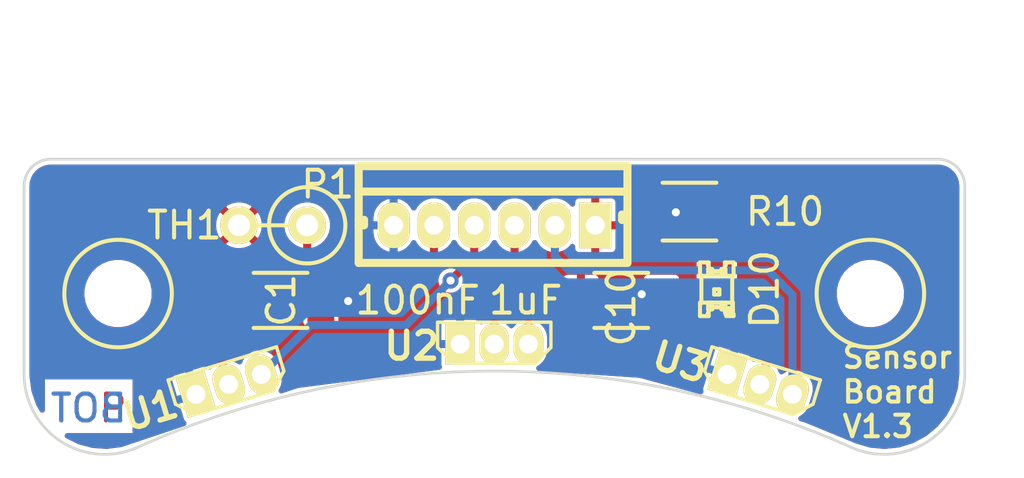
<source format=kicad_pcb>
(kicad_pcb (version 4) (host pcbnew "(after 2015-may-01 BZR unknown)-product")

  (general
    (links 18)
    (no_connects 0)
    (area 121.116856 109.22 176.786524 155.578329)
    (thickness 1.6)
    (drawings 19)
    (tracks 31)
    (zones 0)
    (modules 11)
    (nets 8)
  )

  (page A4)
  (layers
    (0 F.Cu signal)
    (31 B.Cu signal)
    (32 B.Adhes user hide)
    (33 F.Adhes user hide)
    (34 B.Paste user hide)
    (35 F.Paste user hide)
    (36 B.SilkS user hide)
    (37 F.SilkS user)
    (38 B.Mask user)
    (39 F.Mask user)
    (40 Dwgs.User user)
    (41 Cmts.User user)
    (42 Eco1.User user)
    (43 Eco2.User user)
    (44 Edge.Cuts user)
    (45 Margin user hide)
    (46 B.CrtYd user hide)
    (47 F.CrtYd user hide)
    (48 B.Fab user hide)
    (49 F.Fab user hide)
  )

  (setup
    (last_trace_width 0.15)
    (user_trace_width 0.15)
    (user_trace_width 0.2)
    (user_trace_width 0.25)
    (user_trace_width 0.3)
    (user_trace_width 0.4)
    (user_trace_width 0.5)
    (user_trace_width 0.7)
    (user_trace_width 1)
    (user_trace_width 1.5)
    (user_trace_width 2)
    (trace_clearance 0.15)
    (zone_clearance 0.15)
    (zone_45_only no)
    (trace_min 0.15)
    (segment_width 0.1)
    (edge_width 0.1)
    (via_size 0.6)
    (via_drill 0.3)
    (via_min_size 0.6)
    (via_min_drill 0.3)
    (user_via 0.6 0.3)
    (user_via 0.7 0.4)
    (user_via 0.8 0.5)
    (user_via 0.9 0.6)
    (user_via 1 0.7)
    (user_via 1.1 0.8)
    (user_via 1.2 0.9)
    (user_via 1.3 1)
    (uvia_size 0.6)
    (uvia_drill 0.3)
    (uvias_allowed no)
    (uvia_min_size 0.6)
    (uvia_min_drill 0.3)
    (pcb_text_width 0.3)
    (pcb_text_size 1.5 1.5)
    (mod_edge_width 0.3)
    (mod_text_size 1 1)
    (mod_text_width 0.15)
    (pad_size 2.2 2.2)
    (pad_drill 2.2)
    (pad_to_mask_clearance 0)
    (aux_axis_origin 134.62 127.0254)
    (grid_origin 134.62 127.0254)
    (visible_elements 7FFFFF7F)
    (pcbplotparams
      (layerselection 0x010e0_80000001)
      (usegerberextensions false)
      (excludeedgelayer true)
      (linewidth 0.100000)
      (plotframeref false)
      (viasonmask false)
      (mode 1)
      (useauxorigin false)
      (hpglpennumber 1)
      (hpglpenspeed 20)
      (hpglpendiameter 15)
      (hpglpenoverlay 2)
      (psnegative false)
      (psa4output false)
      (plotreference true)
      (plotvalue true)
      (plotinvisibletext false)
      (padsonsilk false)
      (subtractmaskfromsilk false)
      (outputformat 1)
      (mirror false)
      (drillshape 0)
      (scaleselection 1)
      (outputdirectory ""))
  )

  (net 0 "")
  (net 1 /Vcc)
  (net 2 GND)
  (net 3 /A)
  (net 4 /B)
  (net 5 /C)
  (net 6 "Net-(D10-Pad1)")
  (net 7 /Temp)

  (net_class Default "Dies ist die voreingestellte Netzklasse."
    (clearance 0.15)
    (trace_width 0.15)
    (via_dia 0.6)
    (via_drill 0.3)
    (uvia_dia 0.6)
    (uvia_drill 0.3)
  )

  (net_class 0,2 ""
    (clearance 0.15)
    (trace_width 0.2)
    (via_dia 0.6)
    (via_drill 0.3)
    (uvia_dia 0.6)
    (uvia_drill 0.3)
  )

  (net_class 0,25 ""
    (clearance 0.15)
    (trace_width 0.25)
    (via_dia 0.6)
    (via_drill 0.3)
    (uvia_dia 0.6)
    (uvia_drill 0.3)
  )

  (net_class 0,3 ""
    (clearance 0.15)
    (trace_width 0.3)
    (via_dia 0.6)
    (via_drill 0.3)
    (uvia_dia 0.6)
    (uvia_drill 0.3)
    (add_net /A)
    (add_net /B)
    (add_net /C)
    (add_net /Temp)
    (add_net GND)
    (add_net "Net-(D10-Pad1)")
  )

  (net_class 0,4 ""
    (clearance 0.15)
    (trace_width 0.4)
    (via_dia 0.6)
    (via_drill 0.3)
    (uvia_dia 0.6)
    (uvia_drill 0.3)
  )

  (net_class 0,5 ""
    (clearance 0.15)
    (trace_width 0.5)
    (via_dia 0.6)
    (via_drill 0.3)
    (uvia_dia 0.6)
    (uvia_drill 0.3)
    (add_net /Vcc)
  )

  (net_class 0,7 ""
    (clearance 0.15)
    (trace_width 0.7)
    (via_dia 0.6)
    (via_drill 0.3)
    (uvia_dia 0.6)
    (uvia_drill 0.3)
  )

  (net_class 1,0 ""
    (clearance 0.15)
    (trace_width 1)
    (via_dia 0.6)
    (via_drill 0.3)
    (uvia_dia 0.6)
    (uvia_drill 0.3)
  )

  (net_class 1,5 ""
    (clearance 0.15)
    (trace_width 1.5)
    (via_dia 0.6)
    (via_drill 0.3)
    (uvia_dia 0.6)
    (uvia_drill 0.3)
  )

  (net_class 2,0 ""
    (clearance 0.15)
    (trace_width 2)
    (via_dia 0.6)
    (via_drill 0.3)
    (uvia_dia 0.6)
    (uvia_drill 0.3)
  )

  (module w_rf_modules:B6B-ZR (layer F.Cu) (tedit 554A1342) (tstamp 55115E9D)
    (at 153.0096 117.602 180)
    (descr "JST ZR series connector, B6B-ZR")
    (path /5513B090)
    (fp_text reference P1 (at 6.1976 1.524 180) (layer F.SilkS)
      (effects (font (size 1 1) (thickness 0.15)))
    )
    (fp_text value CONN_01X06 (at 0.762 5.334 180) (layer F.SilkS) hide
      (effects (font (thickness 0.3048)))
    )
    (fp_line (start 5.044 0) (end 4.844 0) (layer F.SilkS) (width 0.3))
    (fp_line (start 4.844 0) (end 4.844 0.2) (layer F.SilkS) (width 0.3))
    (fp_line (start 4.844 0.2) (end 5.044 0.2) (layer F.SilkS) (width 0.3))
    (fp_line (start -4.956 0.2) (end -4.756 0.2) (layer F.SilkS) (width 0.3))
    (fp_line (start -4.756 0.2) (end -4.756 0.4) (layer F.SilkS) (width 0.3))
    (fp_line (start -4.756 0.4) (end -4.956 0.4) (layer F.SilkS) (width 0.3))
    (fp_line (start -4.956 1.254) (end 5.044 1.254) (layer F.SilkS) (width 0.3))
    (fp_line (start -4.956 -1.4) (end 5.044 -1.4) (layer F.SilkS) (width 0.3))
    (fp_line (start 5.044 -1.4) (end 5.044 2.2) (layer F.SilkS) (width 0.3))
    (fp_line (start 5.044 2.2) (end -4.956 2.2) (layer F.SilkS) (width 0.3))
    (fp_line (start -4.956 2.2) (end -4.956 -1.4) (layer F.SilkS) (width 0.3))
    (pad 1 thru_hole rect (at -3.7598 0 180) (size 1.19888 1.69926) (drill 0.7) (layers *.Cu *.Mask F.SilkS)
      (net 2 GND))
    (pad 3 thru_hole oval (at -0.756 0 180) (size 1.19888 1.69926) (drill 0.7) (layers *.Cu *.Mask F.SilkS)
      (net 4 /B))
    (pad 2 thru_hole oval (at -2.256 0 180) (size 1.19888 1.69926) (drill 0.7) (layers *.Cu *.Mask F.SilkS)
      (net 5 /C))
    (pad 4 thru_hole oval (at 0.744 0 180) (size 1.19888 1.69926) (drill 0.7) (layers *.Cu *.Mask F.SilkS)
      (net 3 /A))
    (pad 5 thru_hole oval (at 2.244 0 180) (size 1.19888 1.69926) (drill 0.7) (layers *.Cu *.Mask F.SilkS)
      (net 7 /Temp))
    (pad 6 thru_hole oval (at 3.744 0 180) (size 1.19888 1.69926) (drill 0.7) (layers *.Cu *.Mask F.SilkS)
      (net 1 /Vcc))
    (model C:/Users/Laptop-02/Documents/KiCad/Lib/packages3d/B6B-ZR.wrl
      (at (xyz 0 0.054 0))
      (scale (xyz 0.3937 0.3937 0.3937))
      (rotate (xyz -90 0 180))
    )
  )

  (module Discret:R1 (layer F.Cu) (tedit 55491AF4) (tstamp 5513B4B1)
    (at 144.78 117.602 180)
    (descr "Resistance verticale")
    (tags R)
    (path /5513B3EE)
    (fp_text reference TH1 (at 3.302 0 360) (layer F.SilkS)
      (effects (font (size 1 1) (thickness 0.15)))
    )
    (fp_text value THERMISTOR (at -14.478 1.016 270) (layer F.SilkS) hide
      (effects (font (size 1 1) (thickness 0.15)))
    )
    (fp_line (start -1.27 0) (end 1.27 0) (layer F.SilkS) (width 0.15))
    (fp_circle (center -1.27 0) (end -0.635 1.27) (layer F.SilkS) (width 0.15))
    (pad 1 thru_hole circle (at -1.27 0 180) (size 1.397 1.397) (drill 0.8128) (layers *.Cu *.Mask F.SilkS)
      (net 7 /Temp))
    (pad 2 thru_hole circle (at 1.27 0 180) (size 1.397 1.397) (drill 0.8128) (layers *.Cu *.Mask F.SilkS)
      (net 2 GND))
    (model Discret.3dshapes/R1.wrl
      (at (xyz 0 0 0))
      (scale (xyz 1 1 1))
      (rotate (xyz 0 0 0))
    )
  )

  (module packages:P-SSO-3-2 (layer F.Cu) (tedit 553FB1A2) (tstamp 550EDC9A)
    (at 143.129 123.5202 107)
    (path /550EBD66)
    (fp_text reference U1 (at -0.071589 -3.06952 197) (layer F.SilkS)
      (effects (font (size 1 1) (thickness 0.2)))
    )
    (fp_text value DRV5013AD (at -1.481375 -14.491597 107) (layer F.SilkS) hide
      (effects (font (thickness 0.3048)))
    )
    (fp_line (start -0.7112 -1.524) (end -0.7112 1.524) (layer F.SilkS) (width 0.127))
    (fp_line (start -0.127 -2.1082) (end 0.8128 -2.1082) (layer F.SilkS) (width 0.127))
    (fp_line (start 0.8128 2.1082) (end 0.8128 -2.1082) (layer F.SilkS) (width 0.127))
    (fp_line (start -0.127 2.1082) (end 0.8128 2.1082) (layer F.SilkS) (width 0.127))
    (fp_line (start -0.127 2.1082) (end -0.7112 1.524) (layer F.SilkS) (width 0.127))
    (fp_line (start -0.127 -2.1082) (end -0.7112 -1.524) (layer F.SilkS) (width 0.127))
    (pad 1 thru_hole rect (at 0 -1.27 107) (size 1.5 1.1) (drill 0.7) (layers *.Cu *.Mask F.SilkS)
      (net 1 /Vcc))
    (pad 2 thru_hole oval (at 0 0 107) (size 1.5 1.1) (drill 0.7) (layers *.Cu *.Mask F.SilkS)
      (net 2 GND))
    (pad 3 thru_hole oval (at 0 1.27 107) (size 1.5 1.1) (drill 0.7) (layers *.Cu *.Mask F.SilkS)
      (net 3 /A))
    (model C:/Users/Laptop-02/Documents/KiCad/Lib/packages3d/P-SSO-3-2.wrl
      (at (xyz 0 0 0))
      (scale (xyz 1 1 1))
      (rotate (xyz 0 0 0))
    )
  )

  (module LEDs:LED-0805 (layer F.Cu) (tedit 55491B29) (tstamp 5513D079)
    (at 161.29 119.98198 270)
    (descr "LED 0805 smd package")
    (tags "LED 0805 SMD")
    (path /550EB7C7)
    (attr smd)
    (fp_text reference D10 (at 0 -1.778 270) (layer F.SilkS)
      (effects (font (size 1 1) (thickness 0.15)))
    )
    (fp_text value blau (at 10.414 3.048 270) (layer F.SilkS) hide
      (effects (font (size 1 1) (thickness 0.15)))
    )
    (fp_line (start 0.49784 0.29972) (end 0.49784 0.62484) (layer F.SilkS) (width 0.15))
    (fp_line (start 0.49784 0.62484) (end 0.99822 0.62484) (layer F.SilkS) (width 0.15))
    (fp_line (start 0.99822 0.29972) (end 0.99822 0.62484) (layer F.SilkS) (width 0.15))
    (fp_line (start 0.49784 0.29972) (end 0.99822 0.29972) (layer F.SilkS) (width 0.15))
    (fp_line (start 0.49784 -0.32258) (end 0.49784 -0.17272) (layer F.SilkS) (width 0.15))
    (fp_line (start 0.49784 -0.17272) (end 0.7493 -0.17272) (layer F.SilkS) (width 0.15))
    (fp_line (start 0.7493 -0.32258) (end 0.7493 -0.17272) (layer F.SilkS) (width 0.15))
    (fp_line (start 0.49784 -0.32258) (end 0.7493 -0.32258) (layer F.SilkS) (width 0.15))
    (fp_line (start 0.49784 0.17272) (end 0.49784 0.32258) (layer F.SilkS) (width 0.15))
    (fp_line (start 0.49784 0.32258) (end 0.7493 0.32258) (layer F.SilkS) (width 0.15))
    (fp_line (start 0.7493 0.17272) (end 0.7493 0.32258) (layer F.SilkS) (width 0.15))
    (fp_line (start 0.49784 0.17272) (end 0.7493 0.17272) (layer F.SilkS) (width 0.15))
    (fp_line (start 0.49784 -0.19812) (end 0.49784 0.19812) (layer F.SilkS) (width 0.15))
    (fp_line (start 0.49784 0.19812) (end 0.6731 0.19812) (layer F.SilkS) (width 0.15))
    (fp_line (start 0.6731 -0.19812) (end 0.6731 0.19812) (layer F.SilkS) (width 0.15))
    (fp_line (start 0.49784 -0.19812) (end 0.6731 -0.19812) (layer F.SilkS) (width 0.15))
    (fp_line (start -0.99822 0.29972) (end -0.99822 0.62484) (layer F.SilkS) (width 0.15))
    (fp_line (start -0.99822 0.62484) (end -0.49784 0.62484) (layer F.SilkS) (width 0.15))
    (fp_line (start -0.49784 0.29972) (end -0.49784 0.62484) (layer F.SilkS) (width 0.15))
    (fp_line (start -0.99822 0.29972) (end -0.49784 0.29972) (layer F.SilkS) (width 0.15))
    (fp_line (start -0.99822 -0.62484) (end -0.99822 -0.29972) (layer F.SilkS) (width 0.15))
    (fp_line (start -0.99822 -0.29972) (end -0.49784 -0.29972) (layer F.SilkS) (width 0.15))
    (fp_line (start -0.49784 -0.62484) (end -0.49784 -0.29972) (layer F.SilkS) (width 0.15))
    (fp_line (start -0.99822 -0.62484) (end -0.49784 -0.62484) (layer F.SilkS) (width 0.15))
    (fp_line (start -0.7493 0.17272) (end -0.7493 0.32258) (layer F.SilkS) (width 0.15))
    (fp_line (start -0.7493 0.32258) (end -0.49784 0.32258) (layer F.SilkS) (width 0.15))
    (fp_line (start -0.49784 0.17272) (end -0.49784 0.32258) (layer F.SilkS) (width 0.15))
    (fp_line (start -0.7493 0.17272) (end -0.49784 0.17272) (layer F.SilkS) (width 0.15))
    (fp_line (start -0.7493 -0.32258) (end -0.7493 -0.17272) (layer F.SilkS) (width 0.15))
    (fp_line (start -0.7493 -0.17272) (end -0.49784 -0.17272) (layer F.SilkS) (width 0.15))
    (fp_line (start -0.49784 -0.32258) (end -0.49784 -0.17272) (layer F.SilkS) (width 0.15))
    (fp_line (start -0.7493 -0.32258) (end -0.49784 -0.32258) (layer F.SilkS) (width 0.15))
    (fp_line (start -0.6731 -0.19812) (end -0.6731 0.19812) (layer F.SilkS) (width 0.15))
    (fp_line (start -0.6731 0.19812) (end -0.49784 0.19812) (layer F.SilkS) (width 0.15))
    (fp_line (start -0.49784 -0.19812) (end -0.49784 0.19812) (layer F.SilkS) (width 0.15))
    (fp_line (start -0.6731 -0.19812) (end -0.49784 -0.19812) (layer F.SilkS) (width 0.15))
    (fp_line (start 0 -0.09906) (end 0 0.09906) (layer F.SilkS) (width 0.15))
    (fp_line (start 0 0.09906) (end 0.19812 0.09906) (layer F.SilkS) (width 0.15))
    (fp_line (start 0.19812 -0.09906) (end 0.19812 0.09906) (layer F.SilkS) (width 0.15))
    (fp_line (start 0 -0.09906) (end 0.19812 -0.09906) (layer F.SilkS) (width 0.15))
    (fp_line (start 0.49784 -0.59944) (end 0.49784 -0.29972) (layer F.SilkS) (width 0.15))
    (fp_line (start 0.49784 -0.29972) (end 0.79756 -0.29972) (layer F.SilkS) (width 0.15))
    (fp_line (start 0.79756 -0.59944) (end 0.79756 -0.29972) (layer F.SilkS) (width 0.15))
    (fp_line (start 0.49784 -0.59944) (end 0.79756 -0.59944) (layer F.SilkS) (width 0.15))
    (fp_line (start 0.92456 -0.62484) (end 0.92456 -0.39878) (layer F.SilkS) (width 0.15))
    (fp_line (start 0.92456 -0.39878) (end 0.99822 -0.39878) (layer F.SilkS) (width 0.15))
    (fp_line (start 0.99822 -0.62484) (end 0.99822 -0.39878) (layer F.SilkS) (width 0.15))
    (fp_line (start 0.92456 -0.62484) (end 0.99822 -0.62484) (layer F.SilkS) (width 0.15))
    (fp_line (start 0.52324 0.57404) (end -0.52324 0.57404) (layer F.SilkS) (width 0.15))
    (fp_line (start -0.49784 -0.57404) (end 0.92456 -0.57404) (layer F.SilkS) (width 0.15))
    (fp_circle (center 0.84836 -0.44958) (end 0.89916 -0.50038) (layer F.SilkS) (width 0.15))
    (fp_arc (start 0.99822 0) (end 0.99822 0.34798) (angle 180) (layer F.SilkS) (width 0.15))
    (fp_arc (start -0.99822 0) (end -0.99822 -0.34798) (angle 180) (layer F.SilkS) (width 0.15))
    (pad 1 smd rect (at -1.04902 0 270) (size 1.19888 1.19888) (layers F.Cu F.Paste F.Mask)
      (net 6 "Net-(D10-Pad1)"))
    (pad 2 smd rect (at 1.04902 0 270) (size 1.19888 1.19888) (layers F.Cu F.Paste F.Mask)
      (net 2 GND))
    (model C:/Users/Laptop-02/Documents/KiCad/Lib/packages3d/led_blue_0805.wrl
      (at (xyz 0 0 0))
      (scale (xyz 0.3937 0.3937 0.3937))
      (rotate (xyz -90 0 90))
    )
  )

  (module Resistors_SMD:R_1206 (layer F.Cu) (tedit 55141587) (tstamp 550EF6CA)
    (at 160.274 117.094)
    (descr "Resistor SMD 1206, reflow soldering, Vishay (see dcrcw.pdf)")
    (tags "resistor 1206")
    (path /550EAAEC)
    (attr smd)
    (fp_text reference R10 (at 3.556 0 180) (layer F.SilkS)
      (effects (font (size 1 1) (thickness 0.15)))
    )
    (fp_text value 220 (at 0.8636 13.5636 90) (layer F.Fab) hide
      (effects (font (size 1 1) (thickness 0.15)))
    )
    (fp_line (start -2.2 -1.2) (end 2.2 -1.2) (layer F.CrtYd) (width 0.05))
    (fp_line (start -2.2 1.2) (end 2.2 1.2) (layer F.CrtYd) (width 0.05))
    (fp_line (start -2.2 -1.2) (end -2.2 1.2) (layer F.CrtYd) (width 0.05))
    (fp_line (start 2.2 -1.2) (end 2.2 1.2) (layer F.CrtYd) (width 0.05))
    (fp_line (start 1 1.075) (end -1 1.075) (layer F.SilkS) (width 0.15))
    (fp_line (start -1 -1.075) (end 1 -1.075) (layer F.SilkS) (width 0.15))
    (pad 1 smd rect (at -1.45 0) (size 0.9 1.7) (layers F.Cu F.Paste F.Mask)
      (net 1 /Vcc))
    (pad 2 smd rect (at 1.45 0) (size 0.9 1.7) (layers F.Cu F.Paste F.Mask)
      (net 6 "Net-(D10-Pad1)"))
    (model Resistors_SMD.3dshapes/R_1206.wrl
      (at (xyz 0 0 0))
      (scale (xyz 1 1 1))
      (rotate (xyz 0 0 0))
    )
  )

  (module packages:P-SSO-3-2 (layer F.Cu) (tedit 553FB1A2) (tstamp 55105487)
    (at 162.8902 123.5202 73)
    (path /550EC77C)
    (fp_text reference U3 (at -0.071589 -3.06952 163) (layer F.SilkS)
      (effects (font (size 1 1) (thickness 0.2)))
    )
    (fp_text value DRV5013AD (at -14.013192 -28.199315 73) (layer F.SilkS) hide
      (effects (font (thickness 0.3048)))
    )
    (fp_line (start -0.7112 -1.524) (end -0.7112 1.524) (layer F.SilkS) (width 0.127))
    (fp_line (start -0.127 -2.1082) (end 0.8128 -2.1082) (layer F.SilkS) (width 0.127))
    (fp_line (start 0.8128 2.1082) (end 0.8128 -2.1082) (layer F.SilkS) (width 0.127))
    (fp_line (start -0.127 2.1082) (end 0.8128 2.1082) (layer F.SilkS) (width 0.127))
    (fp_line (start -0.127 2.1082) (end -0.7112 1.524) (layer F.SilkS) (width 0.127))
    (fp_line (start -0.127 -2.1082) (end -0.7112 -1.524) (layer F.SilkS) (width 0.127))
    (pad 1 thru_hole rect (at 0 -1.27 73) (size 1.5 1.1) (drill 0.7) (layers *.Cu *.Mask F.SilkS)
      (net 1 /Vcc))
    (pad 2 thru_hole oval (at 0 0 73) (size 1.5 1.1) (drill 0.7) (layers *.Cu *.Mask F.SilkS)
      (net 2 GND))
    (pad 3 thru_hole oval (at 0 1.27 73) (size 1.5 1.1) (drill 0.7) (layers *.Cu *.Mask F.SilkS)
      (net 5 /C))
    (model C:/Users/Laptop-02/Documents/KiCad/Lib/packages3d/P-SSO-3-2.wrl
      (at (xyz 0 0 0))
      (scale (xyz 1 1 1))
      (rotate (xyz 0 0 0))
    )
  )

  (module packages:P-SSO-3-2 (layer F.Cu) (tedit 553FB1A2) (tstamp 550EDCCB)
    (at 153.0096 122.0216 90)
    (path /550EC74B)
    (fp_text reference U2 (at -0.071589 -3.06952 180) (layer F.SilkS)
      (effects (font (size 1 1) (thickness 0.2)))
    )
    (fp_text value DRV5013AD (at -7.4168 -25.0952 90) (layer F.SilkS) hide
      (effects (font (thickness 0.3048)))
    )
    (fp_line (start -0.7112 -1.524) (end -0.7112 1.524) (layer F.SilkS) (width 0.127))
    (fp_line (start -0.127 -2.1082) (end 0.8128 -2.1082) (layer F.SilkS) (width 0.127))
    (fp_line (start 0.8128 2.1082) (end 0.8128 -2.1082) (layer F.SilkS) (width 0.127))
    (fp_line (start -0.127 2.1082) (end 0.8128 2.1082) (layer F.SilkS) (width 0.127))
    (fp_line (start -0.127 2.1082) (end -0.7112 1.524) (layer F.SilkS) (width 0.127))
    (fp_line (start -0.127 -2.1082) (end -0.7112 -1.524) (layer F.SilkS) (width 0.127))
    (pad 1 thru_hole rect (at 0 -1.27 90) (size 1.5 1.1) (drill 0.7) (layers *.Cu *.Mask F.SilkS)
      (net 1 /Vcc))
    (pad 2 thru_hole oval (at 0 0 90) (size 1.5 1.1) (drill 0.7) (layers *.Cu *.Mask F.SilkS)
      (net 2 GND))
    (pad 3 thru_hole oval (at 0 1.27 90) (size 1.5 1.1) (drill 0.7) (layers *.Cu *.Mask F.SilkS)
      (net 4 /B))
    (model C:/Users/Laptop-02/Documents/KiCad/Lib/packages3d/P-SSO-3-2.wrl
      (at (xyz 0 0 0))
      (scale (xyz 1 1 1))
      (rotate (xyz 0 0 0))
    )
  )

  (module Capacitors_SMD:C_1206 (layer F.Cu) (tedit 55491A54) (tstamp 554776DB)
    (at 145.058 120.396 180)
    (descr "Capacitor SMD 1206, reflow soldering, AVX (see smccp.pdf)")
    (tags "capacitor 1206")
    (path /550EC04E)
    (attr smd)
    (fp_text reference C1 (at -0.024 0 450) (layer F.SilkS)
      (effects (font (size 1 1) (thickness 0.15)))
    )
    (fp_text value 100nF (at -5.104 0 180) (layer F.SilkS)
      (effects (font (size 1 1) (thickness 0.15)))
    )
    (fp_line (start -2.3 -1.15) (end 2.3 -1.15) (layer F.CrtYd) (width 0.05))
    (fp_line (start -2.3 1.15) (end 2.3 1.15) (layer F.CrtYd) (width 0.05))
    (fp_line (start -2.3 -1.15) (end -2.3 1.15) (layer F.CrtYd) (width 0.05))
    (fp_line (start 2.3 -1.15) (end 2.3 1.15) (layer F.CrtYd) (width 0.05))
    (fp_line (start 1 -1.025) (end -1 -1.025) (layer F.SilkS) (width 0.15))
    (fp_line (start -1 1.025) (end 1 1.025) (layer F.SilkS) (width 0.15))
    (pad 1 smd rect (at -1.5 0 180) (size 1 1.6) (layers F.Cu F.Paste F.Mask)
      (net 1 /Vcc))
    (pad 2 smd rect (at 1.5 0 180) (size 1 1.6) (layers F.Cu F.Paste F.Mask)
      (net 2 GND))
    (model Capacitors_SMD.3dshapes/C_1206.wrl
      (at (xyz 0 0 0))
      (scale (xyz 1 1 1))
      (rotate (xyz 0 0 0))
    )
  )

  (module Capacitors_SMD:C_1206 (layer F.Cu) (tedit 55491A7D) (tstamp 554776EA)
    (at 157.734 120.396 180)
    (descr "Capacitor SMD 1206, reflow soldering, AVX (see smccp.pdf)")
    (tags "capacitor 1206")
    (path /550EBFC1)
    (attr smd)
    (fp_text reference C10 (at 0 -0.254 450) (layer F.SilkS)
      (effects (font (size 1 1) (thickness 0.15)))
    )
    (fp_text value 1uF (at 3.556 0 180) (layer F.SilkS)
      (effects (font (size 1 1) (thickness 0.15)))
    )
    (fp_line (start -2.3 -1.15) (end 2.3 -1.15) (layer F.CrtYd) (width 0.05))
    (fp_line (start -2.3 1.15) (end 2.3 1.15) (layer F.CrtYd) (width 0.05))
    (fp_line (start -2.3 -1.15) (end -2.3 1.15) (layer F.CrtYd) (width 0.05))
    (fp_line (start 2.3 -1.15) (end 2.3 1.15) (layer F.CrtYd) (width 0.05))
    (fp_line (start 1 -1.025) (end -1 -1.025) (layer F.SilkS) (width 0.15))
    (fp_line (start -1 1.025) (end 1 1.025) (layer F.SilkS) (width 0.15))
    (pad 1 smd rect (at -1.5 0 180) (size 1 1.6) (layers F.Cu F.Paste F.Mask)
      (net 1 /Vcc))
    (pad 2 smd rect (at 1.5 0 180) (size 1 1.6) (layers F.Cu F.Paste F.Mask)
      (net 2 GND))
    (model Capacitors_SMD.3dshapes/C_1206.wrl
      (at (xyz 0 0 0))
      (scale (xyz 1 1 1))
      (rotate (xyz 0 0 0))
    )
  )

  (module packages:MountingHole_2mm (layer F.Cu) (tedit 55491B1C) (tstamp 554776F3)
    (at 167.005 120.142)
    (descr "Mounting hole, Befestigungsbohrung, 3mm, No Annular, Kein Restring,")
    (tags "Mounting hole, Befestigungsbohrung, 3mm, No Annular, Kein Restring,")
    (path /55114C71)
    (fp_text reference H2 (at 6.985 -3.556) (layer F.SilkS) hide
      (effects (font (size 1 1) (thickness 0.15)))
    )
    (fp_text value 2mm (at 7.747 -2.032) (layer F.SilkS) hide
      (effects (font (size 1 1) (thickness 0.15)))
    )
    (fp_circle (center 0 0) (end 2 0) (layer F.SilkS) (width 0.15))
    (pad "" np_thru_hole circle (at 0 0) (size 2.2 2.2) (drill 2.2) (layers *.Cu *.Mask F.SilkS))
  )

  (module packages:MountingHole_2mm (layer F.Cu) (tedit 55491ADC) (tstamp 554776EF)
    (at 139.0142 120.142)
    (descr "Mounting hole, Befestigungsbohrung, 3mm, No Annular, Kein Restring,")
    (tags "Mounting hole, Befestigungsbohrung, 3mm, No Annular, Kein Restring,")
    (path /55114BC4)
    (fp_text reference H1 (at -5.9182 -5.842) (layer F.SilkS) hide
      (effects (font (size 1 1) (thickness 0.15)))
    )
    (fp_text value 2mm (at -6.6802 -3.556) (layer F.SilkS) hide
      (effects (font (size 1 1) (thickness 0.15)))
    )
    (fp_circle (center 0 0) (end 2 0) (layer F.SilkS) (width 0.15))
    (pad "" np_thru_hole circle (at 0 0) (size 2.2 2.2) (drill 2.2) (layers *.Cu *.Mask F.SilkS))
  )

  (gr_line (start 135.5142 123.124624) (end 135.5142 116.1422) (layer Edge.Cuts) (width 0.1))
  (gr_line (start 170.5142 123.124624) (end 170.5142 116.1422) (layer Edge.Cuts) (width 0.1))
  (gr_arc (start 169.5142 116.1422) (end 170.5142 116.1422) (angle -90) (layer Edge.Cuts) (width 0.1))
  (gr_arc (start 153.0142 155.528328) (end 168.650203 125.901222) (angle -55.6) (layer Dwgs.User) (width 0.1))
  (gr_line (start 169.5142 115.1422) (end 136.5142 115.1422) (layer Edge.Cuts) (width 0.1))
  (gr_line (start 162.592194 124.471734) (end 165.469465 115.1422) (layer Dwgs.User) (width 0.1))
  (gr_line (start 153.0142 123.028328) (end 153.0142 115.1422) (layer Dwgs.User) (width 0.1))
  (gr_arc (start 153.0142 155.528328) (end 166.288848 125.862965) (angle -48.21509511) (layer Edge.Cuts) (width 0.1))
  (gr_line (start 143.436205 124.471734) (end 140.558935 115.1422) (layer Dwgs.User) (width 0.1))
  (gr_arc (start 138.5142 123.124624) (end 135.5142 123.124624) (angle -114.1075476) (layer Edge.Cuts) (width 0.1))
  (gr_arc (start 167.5142 123.124624) (end 166.288848 125.862965) (angle -114.1075476) (layer Edge.Cuts) (width 0.1))
  (gr_arc (start 136.5142 116.1422) (end 136.5142 115.1422) (angle -90) (layer Edge.Cuts) (width 0.1))
  (gr_line (start 165.4142 120.1422) (end 168.6142 120.1422) (layer Dwgs.User) (width 0.1))
  (gr_line (start 137.4142 120.1422) (end 140.6142 120.1422) (layer Dwgs.User) (width 0.1))
  (gr_line (start 167.0142 118.5422) (end 167.0142 121.7422) (layer Dwgs.User) (width 0.1))
  (gr_line (start 139.0142 121.7422) (end 139.0142 118.5422) (layer Dwgs.User) (width 0.1))
  (gr_text TOP (at 137.922 124.4092) (layer F.Cu)
    (effects (font (size 1 1) (thickness 0.15)))
  )
  (gr_text "Sensor \nBoard\nV1.3" (at 165.8874 123.7996) (layer F.SilkS) (tstamp 5513D0CC)
    (effects (font (size 0.8 0.8) (thickness 0.15)) (justify left))
  )
  (gr_text BOT (at 137.922 124.4092) (layer B.Cu)
    (effects (font (size 1 1) (thickness 0.15)) (justify mirror))
  )

  (segment (start 158.7246 120.396) (end 158.496 120.1674) (width 0.5) (layer F.Cu) (net 1))
  (via (at 158.496 120.1674) (size 0.6) (drill 0.3) (layers F.Cu B.Cu) (net 1))
  (segment (start 159.234 120.396) (end 158.7246 120.396) (width 0.5) (layer F.Cu) (net 1))
  (segment (start 159.7406 117.094) (end 159.766 117.1194) (width 0.5) (layer F.Cu) (net 1))
  (via (at 159.766 117.1194) (size 0.6) (drill 0.3) (layers F.Cu B.Cu) (net 1))
  (segment (start 158.824 117.094) (end 159.7406 117.094) (width 0.5) (layer F.Cu) (net 1))
  (segment (start 147.574 120.412) (end 147.574 120.4214) (width 0.5) (layer F.Cu) (net 1))
  (via (at 147.574 120.4214) (size 0.6) (drill 0.3) (layers F.Cu B.Cu) (net 1))
  (segment (start 146.558 120.396) (end 147.558 120.396) (width 0.5) (layer F.Cu) (net 1))
  (segment (start 147.558 120.396) (end 147.574 120.412) (width 0.5) (layer F.Cu) (net 1))
  (segment (start 149.733 121.3104) (end 146.181995 121.3104) (width 0.3) (layer B.Cu) (net 3))
  (segment (start 146.181995 121.3104) (end 144.343507 123.148888) (width 0.3) (layer B.Cu) (net 3) (status 20))
  (segment (start 151.384 119.6594) (end 149.733 121.3104) (width 0.3) (layer B.Cu) (net 3))
  (segment (start 152.2656 117.602) (end 152.2656 118.7778) (width 0.3) (layer F.Cu) (net 3) (status 10))
  (segment (start 152.2656 118.7778) (end 151.384 119.6594) (width 0.3) (layer F.Cu) (net 3))
  (via (at 151.384 119.6594) (size 0.6) (drill 0.3) (layers F.Cu B.Cu) (net 3))
  (segment (start 153.7656 119.628) (end 154.2796 120.142) (width 0.3) (layer F.Cu) (net 4))
  (segment (start 154.2796 120.142) (end 154.2796 122.0216) (width 0.3) (layer F.Cu) (net 4) (status 20))
  (segment (start 153.7656 117.602) (end 153.7656 119.628) (width 0.3) (layer F.Cu) (net 4) (status 10))
  (segment (start 163.195 119.2784) (end 164.104707 120.188107) (width 0.3) (layer B.Cu) (net 5))
  (segment (start 164.104707 120.188107) (end 164.104707 123.891512) (width 0.3) (layer B.Cu) (net 5) (status 20))
  (segment (start 155.79237 119.2784) (end 163.195 119.2784) (width 0.3) (layer B.Cu) (net 5))
  (segment (start 155.2656 117.602) (end 155.2656 118.75163) (width 0.3) (layer B.Cu) (net 5) (status 10))
  (segment (start 155.2656 118.75163) (end 155.79237 119.2784) (width 0.3) (layer B.Cu) (net 5))
  (segment (start 161.724 117.094) (end 161.724 118.49896) (width 0.3) (layer F.Cu) (net 6))
  (segment (start 161.724 118.49896) (end 161.29 118.93296) (width 0.3) (layer F.Cu) (net 6))
  (segment (start 146.05 117.602) (end 146.05 118.589828) (width 0.3) (layer F.Cu) (net 7))
  (segment (start 146.05 118.589828) (end 146.357572 118.8974) (width 0.3) (layer F.Cu) (net 7))
  (segment (start 150.7656 118.75163) (end 150.7656 117.602) (width 0.3) (layer F.Cu) (net 7))
  (segment (start 146.357572 118.8974) (end 150.61983 118.8974) (width 0.3) (layer F.Cu) (net 7))
  (segment (start 150.61983 118.8974) (end 150.7656 118.75163) (width 0.3) (layer F.Cu) (net 7))

  (zone (net 1) (net_name /Vcc) (layer B.Cu) (tstamp 0) (hatch edge 0.508)
    (connect_pads (clearance 0.15))
    (min_thickness 0.2)
    (fill yes (arc_segments 32) (thermal_gap 0.15) (thermal_bridge_width 0.3) (smoothing fillet))
    (polygon
      (pts
        (xy 134.62 109.22) (xy 172.72 109.22) (xy 172.72 127) (xy 134.62 127)
      )
    )
    (filled_polygon
      (pts
        (xy 170.2142 123.109953) (xy 170.161367 123.648776) (xy 170.009144 124.152965) (xy 169.76189 124.617984) (xy 169.42902 125.026122)
        (xy 169.023218 125.361831) (xy 168.559935 125.612327) (xy 168.355058 125.675747) (xy 168.355058 120.009626) (xy 168.303635 119.749919)
        (xy 168.202747 119.505147) (xy 168.056237 119.284632) (xy 167.869686 119.096774) (xy 167.650199 118.948729) (xy 167.406137 118.846134)
        (xy 167.146796 118.792899) (xy 166.882054 118.791051) (xy 166.621995 118.84066) (xy 166.376524 118.939836) (xy 166.154992 119.084803)
        (xy 165.965836 119.270038) (xy 165.816262 119.488486) (xy 165.711966 119.731826) (xy 165.656922 119.990789) (xy 165.653226 120.255512)
        (xy 165.701018 120.515911) (xy 165.798478 120.762068) (xy 165.941895 120.984607) (xy 166.125805 121.175051) (xy 166.343203 121.326147)
        (xy 166.585809 121.432139) (xy 166.844381 121.488989) (xy 167.109072 121.494534) (xy 167.369798 121.448561) (xy 167.61663 121.352821)
        (xy 167.840164 121.210962) (xy 168.031888 121.028386) (xy 168.184498 120.812048) (xy 168.292181 120.570188) (xy 168.350835 120.312019)
        (xy 168.355058 120.009626) (xy 168.355058 125.675747) (xy 168.056824 125.768067) (xy 167.533036 125.823119) (xy 167.008541 125.775387)
        (xy 166.491811 125.623305) (xy 166.406328 125.586924) (xy 166.406284 125.58691) (xy 166.403169 125.585601) (xy 164.612449 124.847519)
        (xy 164.596131 124.842592) (xy 164.580279 124.83635) (xy 164.576242 124.835231) (xy 164.419997 124.793095) (xy 164.543923 124.712617)
        (xy 164.655855 124.603767) (xy 164.744514 124.475247) (xy 164.806522 124.331956) (xy 164.809862 124.321297) (xy 164.92964 123.929519)
        (xy 164.9605 123.776467) (xy 164.961046 123.620336) (xy 164.931254 123.467071) (xy 164.872261 123.322513) (xy 164.786312 123.192166)
        (xy 164.676683 123.080995) (xy 164.547548 122.993236) (xy 164.504707 122.97505) (xy 164.504707 120.188107) (xy 164.5011 120.151322)
        (xy 164.497881 120.114527) (xy 164.497294 120.112507) (xy 164.497089 120.110413) (xy 164.486406 120.07503) (xy 164.476101 120.03956)
        (xy 164.475132 120.037692) (xy 164.474525 120.035679) (xy 164.457175 120.003049) (xy 164.440175 119.970252) (xy 164.438863 119.968609)
        (xy 164.437875 119.96675) (xy 164.414505 119.938095) (xy 164.391471 119.909241) (xy 164.388582 119.906311) (xy 164.388535 119.906253)
        (xy 164.388481 119.906208) (xy 164.38755 119.905264) (xy 163.477843 118.995557) (xy 163.449257 118.972077) (xy 163.420987 118.948355)
        (xy 163.419144 118.947342) (xy 163.417518 118.946006) (xy 163.384947 118.928541) (xy 163.352577 118.910746) (xy 163.350571 118.910109)
        (xy 163.348718 118.909116) (xy 163.313421 118.898324) (xy 163.278165 118.887141) (xy 163.27607 118.886906) (xy 163.274062 118.886292)
        (xy 163.237313 118.882558) (xy 163.200585 118.878439) (xy 163.196477 118.87841) (xy 163.196396 118.878402) (xy 163.196319 118.878409)
        (xy 163.195 118.8784) (xy 155.958056 118.8784) (xy 155.676365 118.596709) (xy 155.730722 118.568292) (xy 155.859922 118.464413)
        (xy 155.91875 118.394304) (xy 155.91875 118.45163) (xy 155.922048 118.492198) (xy 155.943099 118.55952) (xy 155.982036 118.618336)
        (xy 156.03579 118.664009) (xy 156.100122 118.692937) (xy 156.16996 118.70284) (xy 157.36884 118.70284) (xy 157.409408 118.699542)
        (xy 157.47673 118.678491) (xy 157.535546 118.639554) (xy 157.581219 118.5858) (xy 157.610147 118.521468) (xy 157.62005 118.45163)
        (xy 157.62005 116.75237) (xy 157.616752 116.711802) (xy 157.595701 116.64448) (xy 157.556764 116.585664) (xy 157.50301 116.539991)
        (xy 157.438678 116.511063) (xy 157.36884 116.50116) (xy 156.16996 116.50116) (xy 156.129392 116.504458) (xy 156.06207 116.525509)
        (xy 156.003254 116.564446) (xy 155.957581 116.6182) (xy 155.928653 116.682532) (xy 155.91875 116.75237) (xy 155.91875 116.809755)
        (xy 155.868338 116.747945) (xy 155.740601 116.642271) (xy 155.594771 116.563422) (xy 155.436404 116.514399) (xy 155.27153 116.49707)
        (xy 155.106431 116.512095) (xy 154.947394 116.558902) (xy 154.800478 116.635708) (xy 154.671278 116.739587) (xy 154.564716 116.866583)
        (xy 154.515494 116.956117) (xy 154.473117 116.876416) (xy 154.368338 116.747945) (xy 154.240601 116.642271) (xy 154.094771 116.563422)
        (xy 153.936404 116.514399) (xy 153.77153 116.49707) (xy 153.606431 116.512095) (xy 153.447394 116.558902) (xy 153.300478 116.635708)
        (xy 153.171278 116.739587) (xy 153.064716 116.866583) (xy 153.015494 116.956117) (xy 152.973117 116.876416) (xy 152.868338 116.747945)
        (xy 152.740601 116.642271) (xy 152.594771 116.563422) (xy 152.436404 116.514399) (xy 152.27153 116.49707) (xy 152.106431 116.512095)
        (xy 151.947394 116.558902) (xy 151.800478 116.635708) (xy 151.671278 116.739587) (xy 151.564716 116.866583) (xy 151.515494 116.956117)
        (xy 151.473117 116.876416) (xy 151.368338 116.747945) (xy 151.240601 116.642271) (xy 151.094771 116.563422) (xy 150.936404 116.514399)
        (xy 150.77153 116.49707) (xy 150.606431 116.512095) (xy 150.447394 116.558902) (xy 150.300478 116.635708) (xy 150.171278 116.739587)
        (xy 150.064716 116.866583) (xy 150.015864 116.955443) (xy 149.944105 116.838313) (xy 149.830889 116.71581) (xy 149.69595 116.617748)
        (xy 149.544473 116.547896) (xy 149.447636 116.522105) (xy 149.3156 116.56646) (xy 149.3156 117.552) (xy 149.3356 117.552)
        (xy 149.3356 117.652) (xy 149.3156 117.652) (xy 149.3156 118.63754) (xy 149.447636 118.681895) (xy 149.544473 118.656104)
        (xy 149.69595 118.586252) (xy 149.830889 118.48819) (xy 149.944105 118.365687) (xy 150.015971 118.248382) (xy 150.058083 118.327584)
        (xy 150.162862 118.456055) (xy 150.290599 118.561729) (xy 150.436429 118.640578) (xy 150.594796 118.689601) (xy 150.75967 118.70693)
        (xy 150.924769 118.691905) (xy 151.083806 118.645098) (xy 151.230722 118.568292) (xy 151.359922 118.464413) (xy 151.466484 118.337417)
        (xy 151.515705 118.247882) (xy 151.558083 118.327584) (xy 151.662862 118.456055) (xy 151.790599 118.561729) (xy 151.936429 118.640578)
        (xy 152.094796 118.689601) (xy 152.25967 118.70693) (xy 152.424769 118.691905) (xy 152.583806 118.645098) (xy 152.730722 118.568292)
        (xy 152.859922 118.464413) (xy 152.966484 118.337417) (xy 153.015705 118.247882) (xy 153.058083 118.327584) (xy 153.162862 118.456055)
        (xy 153.290599 118.561729) (xy 153.436429 118.640578) (xy 153.594796 118.689601) (xy 153.75967 118.70693) (xy 153.924769 118.691905)
        (xy 154.083806 118.645098) (xy 154.230722 118.568292) (xy 154.359922 118.464413) (xy 154.466484 118.337417) (xy 154.515705 118.247882)
        (xy 154.558083 118.327584) (xy 154.662862 118.456055) (xy 154.790599 118.561729) (xy 154.8656 118.602281) (xy 154.8656 118.75163)
        (xy 154.869206 118.788414) (xy 154.872426 118.82521) (xy 154.873012 118.827229) (xy 154.873218 118.829324) (xy 154.8839 118.864706)
        (xy 154.894206 118.900177) (xy 154.895174 118.902044) (xy 154.895782 118.904058) (xy 154.913131 118.936687) (xy 154.930132 118.969485)
        (xy 154.931443 118.971127) (xy 154.932432 118.972987) (xy 154.955801 119.001641) (xy 154.978836 119.030496) (xy 154.981724 119.033425)
        (xy 154.981772 119.033484) (xy 154.981825 119.033528) (xy 154.982757 119.034473) (xy 155.509527 119.561243) (xy 155.538112 119.584722)
        (xy 155.566383 119.608445) (xy 155.568225 119.609457) (xy 155.569852 119.610794) (xy 155.602387 119.628239) (xy 155.634793 119.646054)
        (xy 155.636803 119.646691) (xy 155.638652 119.647683) (xy 155.673915 119.658464) (xy 155.709205 119.669659) (xy 155.711297 119.669893)
        (xy 155.713307 119.670508) (xy 155.750017 119.674236) (xy 155.786785 119.678361) (xy 155.790902 119.678389) (xy 155.790974 119.678397)
        (xy 155.79104 119.67839) (xy 155.79237 119.6784) (xy 163.029314 119.6784) (xy 163.704707 120.353793) (xy 163.704707 123.044939)
        (xy 163.69783 123.049405) (xy 163.657754 122.951201) (xy 163.571805 122.820854) (xy 163.462176 122.709683) (xy 163.333041 122.621924)
        (xy 163.189321 122.560918) (xy 163.036488 122.52899) (xy 162.880364 122.527355) (xy 162.726895 122.556077) (xy 162.670754 122.578531)
        (xy 162.667429 122.543992) (xy 162.653236 122.496836) (xy 162.630117 122.453355) (xy 162.598958 122.41522) (xy 162.560959 122.383895)
        (xy 162.517579 122.360587) (xy 162.470485 122.346189) (xy 162.075649 122.225475) (xy 161.997607 122.266971) (xy 161.901976 122.579765)
        (xy 161.901976 122.237734) (xy 161.86048 122.159691) (xy 161.465644 122.038978) (xy 161.41855 122.02458) (xy 161.369553 122.019646)
        (xy 161.320534 122.024366) (xy 161.273377 122.038558) (xy 161.229895 122.061677) (xy 161.19176 122.092835) (xy 161.160436 122.130835)
        (xy 161.137127 122.174215) (xy 160.943541 122.807406) (xy 160.985037 122.885449) (xy 161.642496 123.086454) (xy 161.901976 122.237734)
        (xy 161.901976 122.579765) (xy 161.738127 123.115691) (xy 161.757253 123.121538) (xy 161.728015 123.217169) (xy 161.70889 123.211322)
        (xy 161.703042 123.230448) (xy 161.607411 123.20121) (xy 161.613259 123.182085) (xy 160.9558 122.981079) (xy 160.877757 123.022575)
        (xy 160.684171 123.655766) (xy 160.679237 123.704764) (xy 160.683957 123.753784) (xy 160.694366 123.788369) (xy 158.452138 123.183687)
        (xy 158.425345 123.179206) (xy 158.398568 123.174344) (xy 158.394391 123.174031) (xy 154.670238 122.920636) (xy 154.717651 122.89585)
        (xy 154.839331 122.798017) (xy 154.939691 122.678413) (xy 155.014908 122.541593) (xy 155.062118 122.392768) (xy 155.079522 122.237609)
        (xy 155.0796 122.226439) (xy 155.0796 121.816761) (xy 155.064364 121.661374) (xy 155.019237 121.511905) (xy 154.945937 121.374048)
        (xy 154.847257 121.253054) (xy 154.726954 121.153531) (xy 154.589612 121.07927) (xy 154.440462 121.033101) (xy 154.285185 121.01678)
        (xy 154.129695 121.030931) (xy 153.979915 121.075014) (xy 153.841549 121.14735) (xy 153.719869 121.245183) (xy 153.644293 121.335249)
        (xy 153.577257 121.253054) (xy 153.456954 121.153531) (xy 153.319612 121.07927) (xy 153.170462 121.033101) (xy 153.015185 121.01678)
        (xy 152.859695 121.030931) (xy 152.709915 121.075014) (xy 152.571549 121.14735) (xy 152.524425 121.185237) (xy 152.511147 121.15318)
        (xy 152.483788 121.112234) (xy 152.448966 121.077412) (xy 152.408019 121.050053) (xy 152.362522 121.031207) (xy 152.314223 121.0216)
        (xy 152.264977 121.0216) (xy 151.8521 121.0216) (xy 151.7896 121.0841) (xy 151.7896 121.9716) (xy 151.8096 121.9716)
        (xy 151.8096 122.0716) (xy 151.7896 122.0716) (xy 151.7896 122.0916) (xy 151.6896 122.0916) (xy 151.6896 122.0716)
        (xy 151.6896 121.9716) (xy 151.6896 121.0841) (xy 151.6271 121.0216) (xy 151.214223 121.0216) (xy 151.164977 121.0216)
        (xy 151.116678 121.031207) (xy 151.071181 121.050053) (xy 151.030234 121.077412) (xy 150.995412 121.112234) (xy 150.968053 121.15318)
        (xy 150.949207 121.198678) (xy 150.9396 121.246977) (xy 150.9396 121.9091) (xy 151.0021 121.9716) (xy 151.6896 121.9716)
        (xy 151.6896 122.0716) (xy 151.0021 122.0716) (xy 150.9396 122.1341) (xy 150.9396 122.796223) (xy 150.949207 122.844522)
        (xy 150.963524 122.879086) (xy 145.716239 123.551982) (xy 145.689749 123.558052) (xy 145.66315 123.563758) (xy 145.659179 123.565057)
        (xy 145.659169 123.56506) (xy 145.65916 123.565063) (xy 145.085924 123.756949) (xy 145.105782 123.727731) (xy 145.166788 123.584011)
        (xy 145.198717 123.431178) (xy 145.200352 123.275053) (xy 145.171631 123.121585) (xy 145.16844 123.110881) (xy 145.116637 122.941442)
        (xy 146.34768 121.7104) (xy 149.733 121.7104) (xy 149.769784 121.706793) (xy 149.80658 121.703574) (xy 149.808599 121.702987)
        (xy 149.810694 121.702782) (xy 149.846076 121.692099) (xy 149.881547 121.681794) (xy 149.883414 121.680825) (xy 149.885428 121.680218)
        (xy 149.918057 121.662868) (xy 149.950855 121.645868) (xy 149.952497 121.644556) (xy 149.954357 121.643568) (xy 149.983011 121.620198)
        (xy 150.011866 121.597164) (xy 150.014795 121.594275) (xy 150.014854 121.594228) (xy 150.014898 121.594174) (xy 150.015843 121.593243)
        (xy 151.399222 120.209862) (xy 151.4264 120.210432) (xy 151.532621 120.191702) (xy 151.633182 120.152697) (xy 151.724252 120.094903)
        (xy 151.802362 120.02052) (xy 151.864536 119.932382) (xy 151.908407 119.833847) (xy 151.932303 119.728667) (xy 151.934023 119.60547)
        (xy 151.913073 119.499663) (xy 151.871971 119.399941) (xy 151.812282 119.310102) (xy 151.736279 119.233567) (xy 151.646859 119.173253)
        (xy 151.547426 119.131455) (xy 151.441769 119.109767) (xy 151.333911 119.109014) (xy 151.227961 119.129225) (xy 151.127954 119.16963)
        (xy 151.037701 119.22869) (xy 150.960637 119.304156) (xy 150.899699 119.393154) (xy 150.857209 119.492292) (xy 150.834783 119.597795)
        (xy 150.834143 119.643571) (xy 149.567314 120.9104) (xy 149.2156 120.9104) (xy 149.2156 118.63754) (xy 149.2156 117.652)
        (xy 149.2156 117.552) (xy 149.2156 116.56646) (xy 149.083564 116.522105) (xy 148.986727 116.547896) (xy 148.83525 116.617748)
        (xy 148.700311 116.71581) (xy 148.587095 116.838313) (xy 148.499954 116.980549) (xy 148.442236 117.137053) (xy 148.41616 117.30181)
        (xy 148.41616 117.552) (xy 149.2156 117.552) (xy 149.2156 117.652) (xy 148.41616 117.652) (xy 148.41616 117.90219)
        (xy 148.442236 118.066947) (xy 148.499954 118.223451) (xy 148.587095 118.365687) (xy 148.700311 118.48819) (xy 148.83525 118.586252)
        (xy 148.986727 118.656104) (xy 149.083564 118.681895) (xy 149.2156 118.63754) (xy 149.2156 120.9104) (xy 146.99854 120.9104)
        (xy 146.99854 117.508995) (xy 146.962411 117.326527) (xy 146.891528 117.154552) (xy 146.788591 116.99962) (xy 146.657522 116.867632)
        (xy 146.503312 116.763617) (xy 146.331836 116.691535) (xy 146.149625 116.654132) (xy 145.963619 116.652834) (xy 145.780903 116.687688)
        (xy 145.608438 116.757369) (xy 145.452791 116.859222) (xy 145.319891 116.989366) (xy 145.214802 117.142846) (xy 145.141524 117.313815)
        (xy 145.102851 117.49576) (xy 145.100254 117.681752) (xy 145.133832 117.864707) (xy 145.202307 118.037655) (xy 145.30307 118.194009)
        (xy 145.432284 118.327814) (xy 145.585026 118.433972) (xy 145.755479 118.508442) (xy 145.93715 118.548385) (xy 146.12312 118.55228)
        (xy 146.306305 118.51998) (xy 146.479726 118.452714) (xy 146.63678 118.353044) (xy 146.771484 118.224768) (xy 146.878706 118.072771)
        (xy 146.954363 117.902842) (xy 146.995574 117.721454) (xy 146.99854 117.508995) (xy 146.99854 120.9104) (xy 146.181995 120.9104)
        (xy 146.14521 120.914006) (xy 146.108415 120.917226) (xy 146.106395 120.917812) (xy 146.104301 120.918018) (xy 146.068964 120.928686)
        (xy 146.033448 120.939005) (xy 146.031575 120.939975) (xy 146.029567 120.940582) (xy 145.997012 120.957891) (xy 145.96414 120.974931)
        (xy 145.962493 120.976245) (xy 145.960638 120.977232) (xy 145.932041 121.000554) (xy 145.903129 121.023635) (xy 145.900201 121.026522)
        (xy 145.900141 121.026572) (xy 145.900094 121.026628) (xy 145.899153 121.027557) (xy 144.671898 122.254811) (xy 144.66166 122.247957)
        (xy 144.517516 122.187956) (xy 144.45854 122.176063) (xy 144.45854 117.508995) (xy 144.422411 117.326527) (xy 144.351528 117.154552)
        (xy 144.248591 116.99962) (xy 144.117522 116.867632) (xy 143.963312 116.763617) (xy 143.791836 116.691535) (xy 143.609625 116.654132)
        (xy 143.423619 116.652834) (xy 143.240903 116.687688) (xy 143.068438 116.757369) (xy 142.912791 116.859222) (xy 142.779891 116.989366)
        (xy 142.674802 117.142846) (xy 142.601524 117.313815) (xy 142.562851 117.49576) (xy 142.560254 117.681752) (xy 142.593832 117.864707)
        (xy 142.662307 118.037655) (xy 142.76307 118.194009) (xy 142.892284 118.327814) (xy 143.045026 118.433972) (xy 143.215479 118.508442)
        (xy 143.39715 118.548385) (xy 143.58312 118.55228) (xy 143.766305 118.51998) (xy 143.939726 118.452714) (xy 144.09678 118.353044)
        (xy 144.231484 118.224768) (xy 144.338706 118.072771) (xy 144.414363 117.902842) (xy 144.455574 117.721454) (xy 144.45854 117.508995)
        (xy 144.45854 122.176063) (xy 144.364463 122.157094) (xy 144.208332 122.15655) (xy 144.055068 122.18634) (xy 143.91051 122.245334)
        (xy 143.780163 122.331282) (xy 143.668992 122.440911) (xy 143.581232 122.570045) (xy 143.535291 122.678273) (xy 143.447153 122.619269)
        (xy 143.303009 122.559268) (xy 143.149956 122.528406) (xy 142.993825 122.527862) (xy 142.840561 122.557652) (xy 142.696003 122.616646)
        (xy 142.565656 122.702594) (xy 142.454485 122.812223) (xy 142.420497 122.862234) (xy 142.398426 122.835459) (xy 142.360291 122.804301)
        (xy 142.316809 122.781182) (xy 142.269652 122.76699) (xy 142.220633 122.76227) (xy 142.171636 122.767204) (xy 142.124542 122.781602)
        (xy 141.729706 122.902315) (xy 141.68821 122.980358) (xy 141.94769 123.829078) (xy 141.966815 123.82323) (xy 141.996053 123.918861)
        (xy 141.976927 123.924709) (xy 141.982774 123.943834) (xy 141.887143 123.973072) (xy 141.881296 123.953946) (xy 141.852059 123.962884)
        (xy 141.852059 123.858315) (xy 141.592579 123.009595) (xy 141.514537 122.968099) (xy 141.119701 123.088813) (xy 141.072607 123.103211)
        (xy 141.029227 123.126519) (xy 140.991228 123.157844) (xy 140.960069 123.195979) (xy 140.93695 123.23946) (xy 140.922757 123.286616)
        (xy 140.918037 123.335636) (xy 140.922971 123.384634) (xy 141.116557 124.017825) (xy 141.1946 124.059321) (xy 141.852059 123.858315)
        (xy 141.852059 123.962884) (xy 141.223837 124.154951) (xy 141.182341 124.232994) (xy 141.375927 124.866185) (xy 141.399236 124.909565)
        (xy 141.43056 124.947565) (xy 141.4592 124.970965) (xy 140.364258 125.337487) (xy 140.364258 120.009626) (xy 140.312835 119.749919)
        (xy 140.211947 119.505147) (xy 140.065437 119.284632) (xy 139.878886 119.096774) (xy 139.659399 118.948729) (xy 139.415337 118.846134)
        (xy 139.155996 118.792899) (xy 138.891254 118.791051) (xy 138.631195 118.84066) (xy 138.385724 118.939836) (xy 138.164192 119.084803)
        (xy 137.975036 119.270038) (xy 137.825462 119.488486) (xy 137.721166 119.731826) (xy 137.666122 119.990789) (xy 137.662426 120.255512)
        (xy 137.710218 120.515911) (xy 137.807678 120.762068) (xy 137.951095 120.984607) (xy 138.135005 121.175051) (xy 138.352403 121.326147)
        (xy 138.595009 121.432139) (xy 138.853581 121.488989) (xy 139.118272 121.494534) (xy 139.378998 121.448561) (xy 139.62583 121.352821)
        (xy 139.849364 121.210962) (xy 140.041088 121.028386) (xy 140.193698 120.812048) (xy 140.301381 120.570188) (xy 140.360035 120.312019)
        (xy 140.364258 120.009626) (xy 140.364258 125.337487) (xy 139.644323 125.57848) (xy 139.64432 125.578481) (xy 139.116996 125.754997)
        (xy 138.594613 125.821987) (xy 138.06916 125.786234) (xy 137.560657 125.649102) (xy 137.125691 125.4342) (xy 139.651762 125.4342)
        (xy 139.651762 123.2342) (xy 136.192238 123.2342) (xy 136.192238 124.474212) (xy 136.058761 124.244022) (xy 135.888098 123.745773)
        (xy 135.815857 123.211991) (xy 135.8142 123.121881) (xy 135.8142 116.15687) (xy 135.828942 116.006516) (xy 135.868348 115.875997)
        (xy 135.932354 115.755619) (xy 136.018519 115.649971) (xy 136.123568 115.563066) (xy 136.243495 115.498222) (xy 136.373739 115.457905)
        (xy 136.523165 115.4422) (xy 169.499529 115.4422) (xy 169.649883 115.456942) (xy 169.780402 115.496348) (xy 169.90078 115.560354)
        (xy 170.006428 115.646519) (xy 170.093333 115.751568) (xy 170.158177 115.871495) (xy 170.198494 116.001739) (xy 170.2142 116.151165)
        (xy 170.2142 123.109953)
      )
    )
  )
  (zone (net 2) (net_name GND) (layer F.Cu) (tstamp 0) (hatch edge 0.508)
    (connect_pads (clearance 0.15))
    (min_thickness 0.2)
    (fill yes (arc_segments 32) (thermal_gap 0.15) (thermal_bridge_width 0.3) (smoothing fillet))
    (polygon
      (pts
        (xy 134.62 109.22) (xy 172.72 109.22) (xy 172.72 127) (xy 134.62 127)
      )
    )
    (filled_polygon
      (pts
        (xy 170.2142 123.109953) (xy 170.161367 123.648776) (xy 170.009144 124.152965) (xy 169.76189 124.617984) (xy 169.42902 125.026122)
        (xy 169.023218 125.361831) (xy 168.559935 125.612327) (xy 168.355058 125.675747) (xy 168.355058 120.009626) (xy 168.303635 119.749919)
        (xy 168.202747 119.505147) (xy 168.056237 119.284632) (xy 167.869686 119.096774) (xy 167.650199 118.948729) (xy 167.406137 118.846134)
        (xy 167.146796 118.792899) (xy 166.882054 118.791051) (xy 166.621995 118.84066) (xy 166.376524 118.939836) (xy 166.154992 119.084803)
        (xy 165.965836 119.270038) (xy 165.816262 119.488486) (xy 165.711966 119.731826) (xy 165.656922 119.990789) (xy 165.653226 120.255512)
        (xy 165.701018 120.515911) (xy 165.798478 120.762068) (xy 165.941895 120.984607) (xy 166.125805 121.175051) (xy 166.343203 121.326147)
        (xy 166.585809 121.432139) (xy 166.844381 121.488989) (xy 167.109072 121.494534) (xy 167.369798 121.448561) (xy 167.61663 121.352821)
        (xy 167.840164 121.210962) (xy 168.031888 121.028386) (xy 168.184498 120.812048) (xy 168.292181 120.570188) (xy 168.350835 120.312019)
        (xy 168.355058 120.009626) (xy 168.355058 125.675747) (xy 168.056824 125.768067) (xy 167.533036 125.823119) (xy 167.008541 125.775387)
        (xy 166.491811 125.623305) (xy 166.406328 125.586924) (xy 166.406284 125.58691) (xy 166.403169 125.585601) (xy 164.612449 124.847519)
        (xy 164.596131 124.842592) (xy 164.580279 124.83635) (xy 164.576242 124.835231) (xy 164.419997 124.793095) (xy 164.543923 124.712617)
        (xy 164.655855 124.603767) (xy 164.744514 124.475247) (xy 164.806522 124.331956) (xy 164.809862 124.321297) (xy 164.92964 123.929519)
        (xy 164.9605 123.776467) (xy 164.961046 123.620336) (xy 164.931254 123.467071) (xy 164.872261 123.322513) (xy 164.786312 123.192166)
        (xy 164.676683 123.080995) (xy 164.547548 122.993236) (xy 164.403828 122.93223) (xy 164.250995 122.900302) (xy 164.094871 122.898667)
        (xy 163.941402 122.927389) (xy 163.796435 122.985371) (xy 163.699317 123.048439) (xy 163.63156 122.909214) (xy 163.536555 122.784055)
        (xy 163.418957 122.679835) (xy 163.343625 122.633228) (xy 163.211618 122.639906) (xy 162.952634 123.487003) (xy 162.97176 123.49285)
        (xy 162.942522 123.588481) (xy 162.923397 123.582634) (xy 162.917549 123.60176) (xy 162.821918 123.572522) (xy 162.827766 123.553397)
        (xy 162.808639 123.547549) (xy 162.837877 123.451918) (xy 162.857003 123.457766) (xy 163.115987 122.610669) (xy 163.010282 122.531315)
        (xy 162.921767 122.527828) (xy 162.765995 122.548471) (xy 162.669594 122.581286) (xy 162.669431 122.555616) (xy 162.649392 122.487986)
        (xy 162.61134 122.428593) (xy 162.558277 122.38212) (xy 162.494386 122.352231) (xy 162.42521 122.331081) (xy 162.42521 117.944)
        (xy 162.42521 116.244) (xy 162.421912 116.203432) (xy 162.400861 116.13611) (xy 162.361924 116.077294) (xy 162.30817 116.031621)
        (xy 162.243838 116.002693) (xy 162.174 115.99279) (xy 161.274 115.99279) (xy 161.233432 115.996088) (xy 161.16611 116.017139)
        (xy 161.107294 116.056076) (xy 161.061621 116.10983) (xy 161.032693 116.174162) (xy 161.02279 116.244) (xy 161.02279 117.944)
        (xy 161.026088 117.984568) (xy 161.047139 118.05189) (xy 161.067277 118.08231) (xy 160.69056 118.08231) (xy 160.649992 118.085608)
        (xy 160.58267 118.106659) (xy 160.523854 118.145596) (xy 160.478181 118.19935) (xy 160.449253 118.263682) (xy 160.43935 118.33352)
        (xy 160.43935 119.5324) (xy 160.442648 119.572968) (xy 160.463699 119.64029) (xy 160.502636 119.699106) (xy 160.55639 119.744779)
        (xy 160.620722 119.773707) (xy 160.69056 119.78361) (xy 161.88944 119.78361) (xy 161.930008 119.780312) (xy 161.99733 119.759261)
        (xy 162.056146 119.720324) (xy 162.101819 119.66657) (xy 162.130747 119.602238) (xy 162.14065 119.5324) (xy 162.14065 118.33352)
        (xy 162.137352 118.292952) (xy 162.124 118.250251) (xy 162.124 118.19521) (xy 162.174 118.19521) (xy 162.214568 118.191912)
        (xy 162.28189 118.170861) (xy 162.340706 118.131924) (xy 162.386379 118.07817) (xy 162.415307 118.013838) (xy 162.42521 117.944)
        (xy 162.42521 122.331081) (xy 162.13944 122.243713) (xy 162.13944 121.655063) (xy 162.13944 121.1435) (xy 162.13944 120.9185)
        (xy 162.13944 120.406937) (xy 162.129833 120.358638) (xy 162.110987 120.31314) (xy 162.083628 120.272194) (xy 162.048806 120.237372)
        (xy 162.007859 120.210013) (xy 161.962362 120.191167) (xy 161.914063 120.18156) (xy 161.864817 120.18156) (xy 161.4025 120.18156)
        (xy 161.34 120.24406) (xy 161.34 120.981) (xy 162.07694 120.981) (xy 162.13944 120.9185) (xy 162.13944 121.1435)
        (xy 162.07694 121.081) (xy 161.34 121.081) (xy 161.34 121.81794) (xy 161.4025 121.88044) (xy 161.864817 121.88044)
        (xy 161.914063 121.88044) (xy 161.962362 121.870833) (xy 162.007859 121.851987) (xy 162.048806 121.824628) (xy 162.083628 121.789806)
        (xy 162.110987 121.74886) (xy 162.129833 121.703362) (xy 162.13944 121.655063) (xy 162.13944 122.243713) (xy 161.442451 122.030622)
        (xy 161.402691 122.021914) (xy 161.332156 122.022363) (xy 161.264526 122.042403) (xy 161.24 122.058115) (xy 161.24 121.81794)
        (xy 161.24 121.081) (xy 161.24 120.981) (xy 161.24 120.24406) (xy 161.1775 120.18156) (xy 160.715183 120.18156)
        (xy 160.665937 120.18156) (xy 160.617638 120.191167) (xy 160.572141 120.210013) (xy 160.531194 120.237372) (xy 160.496372 120.272194)
        (xy 160.469013 120.31314) (xy 160.450167 120.358638) (xy 160.44056 120.406937) (xy 160.44056 120.9185) (xy 160.50306 120.981)
        (xy 161.24 120.981) (xy 161.24 121.081) (xy 160.50306 121.081) (xy 160.44056 121.1435) (xy 160.44056 121.655063)
        (xy 160.450167 121.703362) (xy 160.469013 121.74886) (xy 160.496372 121.789806) (xy 160.531194 121.824628) (xy 160.572141 121.851987)
        (xy 160.617638 121.870833) (xy 160.665937 121.88044) (xy 160.715183 121.88044) (xy 161.1775 121.88044) (xy 161.24 121.81794)
        (xy 161.24 122.058115) (xy 161.205133 122.080454) (xy 161.15866 122.133517) (xy 161.128771 122.197408) (xy 160.690214 123.631865)
        (xy 160.681506 123.671625) (xy 160.681955 123.74216) (xy 160.695758 123.788744) (xy 160.316023 123.686337) (xy 160.316023 117.06547)
        (xy 160.295073 116.959663) (xy 160.253971 116.859941) (xy 160.194282 116.770102) (xy 160.118279 116.693567) (xy 160.028859 116.633253)
        (xy 159.929426 116.591455) (xy 159.823769 116.569767) (xy 159.715911 116.569014) (xy 159.609961 116.589225) (xy 159.598142 116.594)
        (xy 159.52521 116.594) (xy 159.52521 116.244) (xy 159.521912 116.203432) (xy 159.500861 116.13611) (xy 159.461924 116.077294)
        (xy 159.40817 116.031621) (xy 159.343838 116.002693) (xy 159.274 115.99279) (xy 158.374 115.99279) (xy 158.333432 115.996088)
        (xy 158.26611 116.017139) (xy 158.207294 116.056076) (xy 158.161621 116.10983) (xy 158.132693 116.174162) (xy 158.12279 116.244)
        (xy 158.12279 117.944) (xy 158.126088 117.984568) (xy 158.147139 118.05189) (xy 158.186076 118.110706) (xy 158.23983 118.156379)
        (xy 158.304162 118.185307) (xy 158.374 118.19521) (xy 159.274 118.19521) (xy 159.314568 118.191912) (xy 159.38189 118.170861)
        (xy 159.440706 118.131924) (xy 159.486379 118.07817) (xy 159.515307 118.013838) (xy 159.52521 117.944) (xy 159.52521 117.614426)
        (xy 159.595218 117.645012) (xy 159.700563 117.668173) (xy 159.8084 117.670432) (xy 159.914621 117.651702) (xy 160.015182 117.612697)
        (xy 160.106252 117.554903) (xy 160.184362 117.48052) (xy 160.246536 117.392382) (xy 160.290407 117.293847) (xy 160.314303 117.188667)
        (xy 160.316023 117.06547) (xy 160.316023 123.686337) (xy 159.98521 123.597124) (xy 159.98521 121.196) (xy 159.98521 119.596)
        (xy 159.981912 119.555432) (xy 159.960861 119.48811) (xy 159.921924 119.429294) (xy 159.86817 119.383621) (xy 159.803838 119.354693)
        (xy 159.734 119.34479) (xy 158.734 119.34479) (xy 158.693432 119.348088) (xy 158.62611 119.369139) (xy 158.567294 119.408076)
        (xy 158.521621 119.46183) (xy 158.492693 119.526162) (xy 158.48279 119.596) (xy 158.48279 119.617271) (xy 158.445911 119.617014)
        (xy 158.339961 119.637225) (xy 158.239954 119.67763) (xy 158.149701 119.73669) (xy 158.072637 119.812156) (xy 158.011699 119.901154)
        (xy 157.969209 120.000292) (xy 157.946783 120.105795) (xy 157.945277 120.213645) (xy 157.964748 120.319734) (xy 158.004454 120.42002)
        (xy 158.062883 120.510684) (xy 158.137809 120.588273) (xy 158.226379 120.64983) (xy 158.306193 120.6847) (xy 158.371046 120.749553)
        (xy 158.406716 120.778852) (xy 158.442116 120.808557) (xy 158.444422 120.809825) (xy 158.446452 120.811492) (xy 158.48279 120.830976)
        (xy 158.48279 121.196) (xy 158.486088 121.236568) (xy 158.507139 121.30389) (xy 158.546076 121.362706) (xy 158.59983 121.408379)
        (xy 158.664162 121.437307) (xy 158.734 121.44721) (xy 159.734 121.44721) (xy 159.774568 121.443912) (xy 159.84189 121.422861)
        (xy 159.900706 121.383924) (xy 159.946379 121.33017) (xy 159.975307 121.265838) (xy 159.98521 121.196) (xy 159.98521 123.597124)
        (xy 158.452138 123.183687) (xy 158.425345 123.179206) (xy 158.398568 123.174344) (xy 158.394391 123.174031) (xy 157.61884 123.121261)
        (xy 157.61884 118.476253) (xy 157.61884 118.427007) (xy 157.61884 117.7145) (xy 157.61884 117.4895) (xy 157.61884 116.776993)
        (xy 157.61884 116.727747) (xy 157.609233 116.679448) (xy 157.590387 116.633951) (xy 157.563028 116.593004) (xy 157.528206 116.558182)
        (xy 157.48726 116.530823) (xy 157.441762 116.511977) (xy 157.393463 116.50237) (xy 156.8819 116.50237) (xy 156.8194 116.56487)
        (xy 156.8194 117.552) (xy 157.55634 117.552) (xy 157.61884 117.4895) (xy 157.61884 117.7145) (xy 157.55634 117.652)
        (xy 156.8194 117.652) (xy 156.8194 118.63913) (xy 156.8819 118.70163) (xy 157.393463 118.70163) (xy 157.441762 118.692023)
        (xy 157.48726 118.673177) (xy 157.528206 118.645818) (xy 157.563028 118.610996) (xy 157.590387 118.570049) (xy 157.609233 118.524552)
        (xy 157.61884 118.476253) (xy 157.61884 123.121261) (xy 156.984 123.078066) (xy 156.984 121.220623) (xy 156.984 121.171377)
        (xy 156.984 120.5085) (xy 156.984 120.2835) (xy 156.984 119.620623) (xy 156.984 119.571377) (xy 156.974393 119.523078)
        (xy 156.955547 119.477581) (xy 156.928188 119.436634) (xy 156.893366 119.401812) (xy 156.85242 119.374453) (xy 156.806922 119.355607)
        (xy 156.758623 119.346) (xy 156.3465 119.346) (xy 156.284 119.4085) (xy 156.284 120.346) (xy 156.9215 120.346)
        (xy 156.984 120.2835) (xy 156.984 120.5085) (xy 156.9215 120.446) (xy 156.284 120.446) (xy 156.284 121.3835)
        (xy 156.3465 121.446) (xy 156.758623 121.446) (xy 156.806922 121.436393) (xy 156.85242 121.417547) (xy 156.893366 121.390188)
        (xy 156.928188 121.355366) (xy 156.955547 121.314419) (xy 156.974393 121.268922) (xy 156.984 121.220623) (xy 156.984 123.078066)
        (xy 156.184 123.023633) (xy 156.184 121.3835) (xy 156.184 120.446) (xy 156.184 120.346) (xy 156.184 119.4085)
        (xy 156.1215 119.346) (xy 155.709377 119.346) (xy 155.661078 119.355607) (xy 155.61558 119.374453) (xy 155.574634 119.401812)
        (xy 155.539812 119.436634) (xy 155.512453 119.477581) (xy 155.493607 119.523078) (xy 155.484 119.571377) (xy 155.484 119.620623)
        (xy 155.484 120.2835) (xy 155.5465 120.346) (xy 156.184 120.346) (xy 156.184 120.446) (xy 155.5465 120.446)
        (xy 155.484 120.5085) (xy 155.484 121.171377) (xy 155.484 121.220623) (xy 155.493607 121.268922) (xy 155.512453 121.314419)
        (xy 155.539812 121.355366) (xy 155.574634 121.390188) (xy 155.61558 121.417547) (xy 155.661078 121.436393) (xy 155.709377 121.446)
        (xy 156.1215 121.446) (xy 156.184 121.3835) (xy 156.184 123.023633) (xy 154.670238 122.920636) (xy 154.717651 122.89585)
        (xy 154.839331 122.798017) (xy 154.939691 122.678413) (xy 155.014908 122.541593) (xy 155.062118 122.392768) (xy 155.079522 122.237609)
        (xy 155.0796 122.226439) (xy 155.0796 121.816761) (xy 155.064364 121.661374) (xy 155.019237 121.511905) (xy 154.945937 121.374048)
        (xy 154.847257 121.253054) (xy 154.726954 121.153531) (xy 154.6796 121.127926) (xy 154.6796 120.142) (xy 154.675993 120.105215)
        (xy 154.672774 120.06842) (xy 154.672187 120.0664) (xy 154.671982 120.064306) (xy 154.661313 120.028969) (xy 154.650995 119.993453)
        (xy 154.650024 119.99158) (xy 154.649418 119.989572) (xy 154.632108 119.957017) (xy 154.615069 119.924145) (xy 154.613754 119.922498)
        (xy 154.612768 119.920643) (xy 154.58942 119.892016) (xy 154.566364 119.863134) (xy 154.563475 119.860204) (xy 154.563428 119.860146)
        (xy 154.563374 119.860101) (xy 154.562443 119.859157) (xy 154.1656 119.462314) (xy 154.1656 118.602337) (xy 154.230722 118.568292)
        (xy 154.359922 118.464413) (xy 154.466484 118.337417) (xy 154.515705 118.247882) (xy 154.558083 118.327584) (xy 154.662862 118.456055)
        (xy 154.790599 118.561729) (xy 154.936429 118.640578) (xy 155.094796 118.689601) (xy 155.25967 118.70693) (xy 155.424769 118.691905)
        (xy 155.583806 118.645098) (xy 155.730722 118.568292) (xy 155.859922 118.464413) (xy 155.91996 118.392862) (xy 155.91996 118.427007)
        (xy 155.91996 118.476253) (xy 155.929567 118.524552) (xy 155.948413 118.570049) (xy 155.975772 118.610996) (xy 156.010594 118.645818)
        (xy 156.05154 118.673177) (xy 156.097038 118.692023) (xy 156.145337 118.70163) (xy 156.6569 118.70163) (xy 156.7194 118.63913)
        (xy 156.7194 117.652) (xy 156.6994 117.652) (xy 156.6994 117.552) (xy 156.7194 117.552) (xy 156.7194 116.56487)
        (xy 156.6569 116.50237) (xy 156.145337 116.50237) (xy 156.097038 116.511977) (xy 156.05154 116.530823) (xy 156.010594 116.558182)
        (xy 155.975772 116.593004) (xy 155.948413 116.633951) (xy 155.929567 116.679448) (xy 155.91996 116.727747) (xy 155.91996 116.776993)
        (xy 155.91996 116.811239) (xy 155.868338 116.747945) (xy 155.740601 116.642271) (xy 155.594771 116.563422) (xy 155.436404 116.514399)
        (xy 155.27153 116.49707) (xy 155.106431 116.512095) (xy 154.947394 116.558902) (xy 154.800478 116.635708) (xy 154.671278 116.739587)
        (xy 154.564716 116.866583) (xy 154.515494 116.956117) (xy 154.473117 116.876416) (xy 154.368338 116.747945) (xy 154.240601 116.642271)
        (xy 154.094771 116.563422) (xy 153.936404 116.514399) (xy 153.77153 116.49707) (xy 153.606431 116.512095) (xy 153.447394 116.558902)
        (xy 153.300478 116.635708) (xy 153.171278 116.739587) (xy 153.064716 116.866583) (xy 153.015494 116.956117) (xy 152.973117 116.876416)
        (xy 152.868338 116.747945) (xy 152.740601 116.642271) (xy 152.594771 116.563422) (xy 152.436404 116.514399) (xy 152.27153 116.49707)
        (xy 152.106431 116.512095) (xy 151.947394 116.558902) (xy 151.800478 116.635708) (xy 151.671278 116.739587) (xy 151.564716 116.866583)
        (xy 151.515494 116.956117) (xy 151.473117 116.876416) (xy 151.368338 116.747945) (xy 151.240601 116.642271) (xy 151.094771 116.563422)
        (xy 150.936404 116.514399) (xy 150.77153 116.49707) (xy 150.606431 116.512095) (xy 150.447394 116.558902) (xy 150.300478 116.635708)
        (xy 150.171278 116.739587) (xy 150.064716 116.866583) (xy 150.015494 116.956117) (xy 149.973117 116.876416) (xy 149.868338 116.747945)
        (xy 149.740601 116.642271) (xy 149.594771 116.563422) (xy 149.436404 116.514399) (xy 149.27153 116.49707) (xy 149.106431 116.512095)
        (xy 148.947394 116.558902) (xy 148.800478 116.635708) (xy 148.671278 116.739587) (xy 148.564716 116.866583) (xy 148.48485 117.011859)
        (xy 148.434722 117.16988) (xy 148.416243 117.334629) (xy 148.41616 117.346489) (xy 148.41616 117.857511) (xy 148.432337 118.022501)
        (xy 148.480254 118.181207) (xy 148.558083 118.327584) (xy 148.662862 118.456055) (xy 148.712839 118.4974) (xy 146.523257 118.4974)
        (xy 146.478894 118.453036) (xy 146.479726 118.452714) (xy 146.63678 118.353044) (xy 146.771484 118.224768) (xy 146.878706 118.072771)
        (xy 146.954363 117.902842) (xy 146.995574 117.721454) (xy 146.99854 117.508995) (xy 146.962411 117.326527) (xy 146.891528 117.154552)
        (xy 146.788591 116.99962) (xy 146.657522 116.867632) (xy 146.503312 116.763617) (xy 146.331836 116.691535) (xy 146.149625 116.654132)
        (xy 145.963619 116.652834) (xy 145.780903 116.687688) (xy 145.608438 116.757369) (xy 145.452791 116.859222) (xy 145.319891 116.989366)
        (xy 145.214802 117.142846) (xy 145.141524 117.313815) (xy 145.102851 117.49576) (xy 145.100254 117.681752) (xy 145.133832 117.864707)
        (xy 145.202307 118.037655) (xy 145.30307 118.194009) (xy 145.432284 118.327814) (xy 145.585026 118.433972) (xy 145.65 118.462358)
        (xy 145.65 118.589828) (xy 145.653606 118.626612) (xy 145.656826 118.663408) (xy 145.657412 118.665427) (xy 145.657618 118.667522)
        (xy 145.6683 118.702904) (xy 145.678606 118.738375) (xy 145.679574 118.740242) (xy 145.680182 118.742256) (xy 145.697531 118.774885)
        (xy 145.714532 118.807683) (xy 145.715843 118.809325) (xy 145.716832 118.811185) (xy 145.740201 118.839839) (xy 145.763236 118.868694)
        (xy 145.766124 118.871623) (xy 145.766172 118.871682) (xy 145.766225 118.871726) (xy 145.767157 118.872671) (xy 146.074729 119.180242)
        (xy 146.103284 119.203697) (xy 146.131585 119.227445) (xy 146.133427 119.228457) (xy 146.135054 119.229794) (xy 146.167589 119.247239)
        (xy 146.199995 119.265054) (xy 146.202005 119.265691) (xy 146.203854 119.266683) (xy 146.239117 119.277464) (xy 146.274407 119.288659)
        (xy 146.276499 119.288893) (xy 146.278509 119.289508) (xy 146.315219 119.293236) (xy 146.351987 119.297361) (xy 146.356104 119.297389)
        (xy 146.356176 119.297397) (xy 146.356242 119.29739) (xy 146.357572 119.2974) (xy 150.61983 119.2974) (xy 150.656614 119.293793)
        (xy 150.69341 119.290574) (xy 150.695429 119.289987) (xy 150.697524 119.289782) (xy 150.732906 119.279099) (xy 150.768377 119.268794)
        (xy 150.770244 119.267825) (xy 150.772258 119.267218) (xy 150.804887 119.249868) (xy 150.837685 119.232868) (xy 150.839327 119.231556)
        (xy 150.841187 119.230568) (xy 150.869841 119.207198) (xy 150.898696 119.184164) (xy 150.901625 119.181275) (xy 150.901684 119.181228)
        (xy 150.901728 119.181174) (xy 150.902673 119.180243) (xy 151.048443 119.034473) (xy 151.071922 119.005887) (xy 151.095645 118.977617)
        (xy 151.096657 118.975774) (xy 151.097994 118.974148) (xy 151.115458 118.941577) (xy 151.133254 118.909207) (xy 151.13389 118.907201)
        (xy 151.134884 118.905348) (xy 151.145675 118.870051) (xy 151.156859 118.834795) (xy 151.157093 118.8327) (xy 151.157708 118.830692)
        (xy 151.161441 118.793943) (xy 151.165561 118.757215) (xy 151.165589 118.753107) (xy 151.165598 118.753026) (xy 151.16559 118.752949)
        (xy 151.1656 118.75163) (xy 151.1656 118.602337) (xy 151.230722 118.568292) (xy 151.359922 118.464413) (xy 151.466484 118.337417)
        (xy 151.515705 118.247882) (xy 151.558083 118.327584) (xy 151.662862 118.456055) (xy 151.790599 118.561729) (xy 151.8656 118.602281)
        (xy 151.8656 118.612114) (xy 151.368459 119.109255) (xy 151.333911 119.109014) (xy 151.227961 119.129225) (xy 151.127954 119.16963)
        (xy 151.037701 119.22869) (xy 150.960637 119.304156) (xy 150.899699 119.393154) (xy 150.857209 119.492292) (xy 150.834783 119.597795)
        (xy 150.833277 119.705645) (xy 150.852748 119.811734) (xy 150.892454 119.91202) (xy 150.950883 120.002684) (xy 151.025809 120.080273)
        (xy 151.114379 120.14183) (xy 151.213218 120.185012) (xy 151.318563 120.208173) (xy 151.4264 120.210432) (xy 151.532621 120.191702)
        (xy 151.633182 120.152697) (xy 151.724252 120.094903) (xy 151.802362 120.02052) (xy 151.864536 119.932382) (xy 151.908407 119.833847)
        (xy 151.932303 119.728667) (xy 151.933037 119.676048) (xy 152.548443 119.060642) (xy 152.571902 119.032082) (xy 152.595645 119.003787)
        (xy 152.596657 119.001944) (xy 152.597994 119.000318) (xy 152.615458 118.967747) (xy 152.633254 118.935377) (xy 152.63389 118.933371)
        (xy 152.634884 118.931518) (xy 152.645688 118.896179) (xy 152.656859 118.860965) (xy 152.657093 118.858875) (xy 152.657709 118.856862)
        (xy 152.661446 118.820063) (xy 152.665561 118.783385) (xy 152.665589 118.779277) (xy 152.665598 118.779196) (xy 152.66559 118.779119)
        (xy 152.6656 118.7778) (xy 152.6656 118.602337) (xy 152.730722 118.568292) (xy 152.859922 118.464413) (xy 152.966484 118.337417)
        (xy 153.015705 118.247882) (xy 153.058083 118.327584) (xy 153.162862 118.456055) (xy 153.290599 118.561729) (xy 153.3656 118.602281)
        (xy 153.3656 119.628) (xy 153.369206 119.664784) (xy 153.372426 119.70158) (xy 153.373012 119.703599) (xy 153.373218 119.705694)
        (xy 153.3839 119.741076) (xy 153.394206 119.776547) (xy 153.395174 119.778414) (xy 153.395782 119.780428) (xy 153.413131 119.813057)
        (xy 153.430132 119.845855) (xy 153.431443 119.847497) (xy 153.432432 119.849357) (xy 153.455801 119.878011) (xy 153.478836 119.906866)
        (xy 153.481724 119.909795) (xy 153.481772 119.909854) (xy 153.481825 119.909898) (xy 153.482757 119.910843) (xy 153.8796 120.307686)
        (xy 153.8796 121.127457) (xy 153.841549 121.14735) (xy 153.719869 121.245183) (xy 153.645434 121.33389) (xy 153.539931 121.220559)
        (xy 153.412484 121.128645) (xy 153.269554 121.063361) (xy 153.183887 121.040816) (xy 153.0596 121.085797) (xy 153.0596 121.9716)
        (xy 153.0796 121.9716) (xy 153.0796 122.0716) (xy 153.0596 122.0716) (xy 153.0596 122.0916) (xy 152.9596 122.0916)
        (xy 152.9596 122.0716) (xy 152.9396 122.0716) (xy 152.9396 121.9716) (xy 152.9596 121.9716) (xy 152.9596 121.085797)
        (xy 152.835313 121.040816) (xy 152.749646 121.063361) (xy 152.606716 121.128645) (xy 152.524122 121.188211) (xy 152.516461 121.16371)
        (xy 152.477524 121.104894) (xy 152.42377 121.059221) (xy 152.359438 121.030293) (xy 152.2896 121.02039) (xy 151.1896 121.02039)
        (xy 151.149032 121.023688) (xy 151.08171 121.044739) (xy 151.022894 121.083676) (xy 150.977221 121.13743) (xy 150.948293 121.201762)
        (xy 150.93839 121.2716) (xy 150.93839 122.7716) (xy 150.941688 122.812168) (xy 150.962647 122.879198) (xy 148.124023 123.243214)
        (xy 148.124023 120.36747) (xy 148.103073 120.261663) (xy 148.061971 120.161941) (xy 148.002282 120.072102) (xy 147.926279 119.995567)
        (xy 147.836859 119.935253) (xy 147.737426 119.893455) (xy 147.631769 119.871767) (xy 147.523911 119.871014) (xy 147.417961 119.891225)
        (xy 147.406142 119.896) (xy 147.30921 119.896) (xy 147.30921 119.596) (xy 147.305912 119.555432) (xy 147.284861 119.48811)
        (xy 147.245924 119.429294) (xy 147.19217 119.383621) (xy 147.127838 119.354693) (xy 147.058 119.34479) (xy 146.058 119.34479)
        (xy 146.017432 119.348088) (xy 145.95011 119.369139) (xy 145.891294 119.408076) (xy 145.845621 119.46183) (xy 145.816693 119.526162)
        (xy 145.80679 119.596) (xy 145.80679 121.196) (xy 145.810088 121.236568) (xy 145.831139 121.30389) (xy 145.870076 121.362706)
        (xy 145.92383 121.408379) (xy 145.988162 121.437307) (xy 146.058 121.44721) (xy 147.058 121.44721) (xy 147.098568 121.443912)
        (xy 147.16589 121.422861) (xy 147.224706 121.383924) (xy 147.270379 121.33017) (xy 147.299307 121.265838) (xy 147.30921 121.196)
        (xy 147.30921 120.90594) (xy 147.403218 120.947012) (xy 147.508563 120.970173) (xy 147.6164 120.972432) (xy 147.722621 120.953702)
        (xy 147.823182 120.914697) (xy 147.914252 120.856903) (xy 147.992362 120.78252) (xy 148.054536 120.694382) (xy 148.098407 120.595847)
        (xy 148.122303 120.490667) (xy 148.124023 120.36747) (xy 148.124023 123.243214) (xy 145.716239 123.551982) (xy 145.689749 123.558052)
        (xy 145.66315 123.563758) (xy 145.659179 123.565057) (xy 145.659169 123.56506) (xy 145.65916 123.565063) (xy 145.085924 123.756949)
        (xy 145.105782 123.727731) (xy 145.166788 123.584011) (xy 145.198717 123.431178) (xy 145.200352 123.275053) (xy 145.171631 123.121585)
        (xy 145.16844 123.110881) (xy 145.048662 122.719103) (xy 144.988661 122.57496) (xy 144.901806 122.445216) (xy 144.791403 122.334813)
        (xy 144.66166 122.247957) (xy 144.517516 122.187956) (xy 144.463006 122.176964) (xy 144.463006 117.589405) (xy 144.442237 117.403724)
        (xy 144.385643 117.225664) (xy 144.309393 117.08301) (xy 144.174103 117.008607) (xy 144.103393 117.079317) (xy 144.103393 116.937897)
        (xy 144.02899 116.802607) (xy 143.863063 116.716717) (xy 143.683569 116.664849) (xy 143.497405 116.648994) (xy 143.311724 116.669763)
        (xy 143.133664 116.726357) (xy 142.99101 116.802607) (xy 142.916607 116.937897) (xy 143.51 117.531289) (xy 144.103393 116.937897)
        (xy 144.103393 117.079317) (xy 143.580711 117.602) (xy 144.174103 118.195393) (xy 144.309393 118.12099) (xy 144.395283 117.955063)
        (xy 144.447151 117.775569) (xy 144.463006 117.589405) (xy 144.463006 122.176964) (xy 144.364463 122.157094) (xy 144.308 122.156897)
        (xy 144.308 121.220623) (xy 144.308 121.171377) (xy 144.308 120.5085) (xy 144.308 120.2835) (xy 144.308 119.620623)
        (xy 144.308 119.571377) (xy 144.298393 119.523078) (xy 144.279547 119.477581) (xy 144.252188 119.436634) (xy 144.217366 119.401812)
        (xy 144.17642 119.374453) (xy 144.130922 119.355607) (xy 144.103393 119.350131) (xy 144.103393 118.266103) (xy 143.51 117.672711)
        (xy 143.439289 117.743421) (xy 143.439289 117.602) (xy 142.845897 117.008607) (xy 142.710607 117.08301) (xy 142.624717 117.248937)
        (xy 142.572849 117.428431) (xy 142.556994 117.614595) (xy 142.577763 117.800276) (xy 142.634357 117.978336) (xy 142.710607 118.12099)
        (xy 142.845897 118.195393) (xy 143.439289 117.602) (xy 143.439289 117.743421) (xy 142.916607 118.266103) (xy 142.99101 118.401393)
        (xy 143.156937 118.487283) (xy 143.336431 118.539151) (xy 143.522595 118.555006) (xy 143.708276 118.534237) (xy 143.886336 118.477643)
        (xy 144.02899 118.401393) (xy 144.103393 118.266103) (xy 144.103393 119.350131) (xy 144.082623 119.346) (xy 143.6705 119.346)
        (xy 143.608 119.4085) (xy 143.608 120.346) (xy 144.2455 120.346) (xy 144.308 120.2835) (xy 144.308 120.5085)
        (xy 144.2455 120.446) (xy 143.608 120.446) (xy 143.608 121.3835) (xy 143.6705 121.446) (xy 144.082623 121.446)
        (xy 144.130922 121.436393) (xy 144.17642 121.417547) (xy 144.217366 121.390188) (xy 144.252188 121.355366) (xy 144.279547 121.314419)
        (xy 144.298393 121.268922) (xy 144.308 121.220623) (xy 144.308 122.156897) (xy 144.208332 122.15655) (xy 144.055068 122.18634)
        (xy 143.91051 122.245334) (xy 143.780163 122.331282) (xy 143.668992 122.440911) (xy 143.581232 122.570045) (xy 143.535984 122.676639)
        (xy 143.508 122.66045) (xy 143.508 121.3835) (xy 143.508 120.446) (xy 143.508 120.346) (xy 143.508 119.4085)
        (xy 143.4455 119.346) (xy 143.033377 119.346) (xy 142.985078 119.355607) (xy 142.93958 119.374453) (xy 142.898634 119.401812)
        (xy 142.863812 119.436634) (xy 142.836453 119.477581) (xy 142.817607 119.523078) (xy 142.808 119.571377) (xy 142.808 119.620623)
        (xy 142.808 120.2835) (xy 142.8705 120.346) (xy 143.508 120.346) (xy 143.508 120.446) (xy 142.8705 120.446)
        (xy 142.808 120.5085) (xy 142.808 121.171377) (xy 142.808 121.220623) (xy 142.817607 121.268922) (xy 142.836453 121.314419)
        (xy 142.863812 121.355366) (xy 142.898634 121.390188) (xy 142.93958 121.417547) (xy 142.985078 121.436393) (xy 143.033377 121.446)
        (xy 143.4455 121.446) (xy 143.508 121.3835) (xy 143.508 122.66045) (xy 143.401956 122.599107) (xy 143.253205 122.548471)
        (xy 143.097433 122.527828) (xy 143.008918 122.531315) (xy 142.903213 122.610669) (xy 143.162197 123.457766) (xy 143.181322 123.451918)
        (xy 143.21056 123.547549) (xy 143.191434 123.553397) (xy 143.197281 123.572522) (xy 143.10165 123.60176) (xy 143.095803 123.582634)
        (xy 143.076677 123.588481) (xy 143.047439 123.49285) (xy 143.066566 123.487003) (xy 142.807582 122.639906) (xy 142.675575 122.633228)
        (xy 142.600243 122.679835) (xy 142.482645 122.784055) (xy 142.421076 122.865165) (xy 142.406586 122.843975) (xy 142.352154 122.799113)
        (xy 142.287396 122.771153) (xy 142.217417 122.762298) (xy 142.147735 122.773246) (xy 141.0958 123.094855) (xy 141.057969 123.109869)
        (xy 140.999743 123.149684) (xy 140.954882 123.204116) (xy 140.926921 123.268874) (xy 140.918066 123.338853) (xy 140.929014 123.408535)
        (xy 141.367571 124.842992) (xy 141.382585 124.880823) (xy 141.4224 124.939049) (xy 141.460568 124.970507) (xy 140.364258 125.337487)
        (xy 140.364258 120.009626) (xy 140.312835 119.749919) (xy 140.211947 119.505147) (xy 140.065437 119.284632) (xy 139.878886 119.096774)
        (xy 139.659399 118.948729) (xy 139.415337 118.846134) (xy 139.155996 118.792899) (xy 138.891254 118.791051) (xy 138.631195 118.84066)
        (xy 138.385724 118.939836) (xy 138.164192 119.084803) (xy 137.975036 119.270038) (xy 137.825462 119.488486) (xy 137.721166 119.731826)
        (xy 137.666122 119.990789) (xy 137.662426 120.255512) (xy 137.710218 120.515911) (xy 137.807678 120.762068) (xy 137.951095 120.984607)
        (xy 138.135005 121.175051) (xy 138.352403 121.326147) (xy 138.595009 121.432139) (xy 138.853581 121.488989) (xy 139.118272 121.494534)
        (xy 139.378998 121.448561) (xy 139.62583 121.352821) (xy 139.849364 121.210962) (xy 140.041088 121.028386) (xy 140.193698 120.812048)
        (xy 140.301381 120.570188) (xy 140.360035 120.312019) (xy 140.364258 120.009626) (xy 140.364258 125.337487) (xy 139.644323 125.57848)
        (xy 139.64432 125.578481) (xy 139.116996 125.754997) (xy 138.594613 125.821987) (xy 138.06916 125.786234) (xy 137.560657 125.649102)
        (xy 137.125691 125.4342) (xy 139.651762 125.4342) (xy 139.651762 123.2342) (xy 136.192238 123.2342) (xy 136.192238 124.474212)
        (xy 136.058761 124.244022) (xy 135.888098 123.745773) (xy 135.815857 123.211991) (xy 135.8142 123.121881) (xy 135.8142 116.15687)
        (xy 135.828942 116.006516) (xy 135.868348 115.875997) (xy 135.932354 115.755619) (xy 136.018519 115.649971) (xy 136.123568 115.563066)
        (xy 136.243495 115.498222) (xy 136.373739 115.457905) (xy 136.523165 115.4422) (xy 169.499529 115.4422) (xy 169.649883 115.456942)
        (xy 169.780402 115.496348) (xy 169.90078 115.560354) (xy 170.006428 115.646519) (xy 170.093333 115.751568) (xy 170.158177 115.871495)
        (xy 170.198494 116.001739) (xy 170.2142 116.151165) (xy 170.2142 123.109953)
      )
    )
  )
)

</source>
